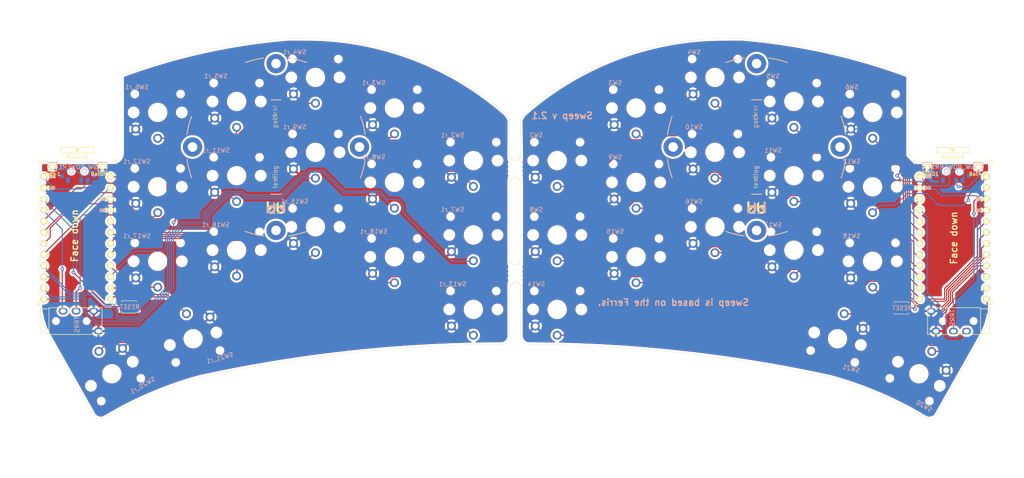
<source format=kicad_pcb>
(kicad_pcb (version 20211014) (generator pcbnew)
  (layers (0 "F.Cu" signal) (31 "B.Cu" signal) (34 "B.Paste" user) (35 "F.Paste" user) (36 "B.SilkS" user "B.Silkscreen") (37 "F.SilkS" user "F.Silkscreen") (38 "B.Mask" user) (39 "F.Mask" user) (44 "Edge.Cuts" user))
  (net 0 "")
  (net 1 "BT+")
  (net 2 "gnd")
  (net 3 "vcc")
  (net 4 "Switch18")
  (net 5 "reset")
  (net 6 "Switch1")
  (net 7 "Switch2")
  (net 8 "Switch3")
  (net 9 "Switch4")
  (net 10 "Switch5")
  (net 11 "Switch6")
  (net 12 "Switch7")
  (net 13 "Switch8")
  (net 14 "Switch9")
  (net 15 "Switch10")
  (net 16 "Switch11")
  (net 17 "Switch12")
  (net 18 "Switch13")
  (net 19 "Switch14")
  (net 20 "Switch15")
  (net 21 "Switch16")
  (net 22 "Switch17")
  (net 23 "Net-(SW_POWER1-Pad1)")
  (net 24 "raw")
  (net 25 "BT+_r")
  (net 26 "Switch18_r")
  (net 27 "reset_r")
  (net 28 "Switch9_r")
  (net 29 "Switch10_r")
  (net 30 "Switch11_r")
  (net 31 "Switch12_r")
  (net 32 "Switch13_r")
  (net 33 "Switch14_r")
  (net 34 "Switch15_r")
  (net 35 "Switch16_r")
  (net 36 "Switch17_r")
  (net 37 "Switch1_r")
  (net 38 "Switch2_r")
  (net 39 "Switch3_r")
  (net 40 "Switch4_r")
  (net 41 "Switch5_r")
  (net 42 "Switch6_r")
  (net 43 "Switch7_r")
  (net 44 "Switch8_r")
  (net 45 "Net-(SW_POWERR1-Pad1)")
  (footprint "kbd:ProMicro_v3_min" (layer "F.Cu") (at 230.178 67.564)
    (fp_text reference "U1" hide)
    (fp_text value "ProMicro-kbd" hide)
  )
  (footprint "Kailh:TRRS-PJ-320A" (layer "F.Cu") (at 236.474 86.052 -90)
    (fp_text reference "J2")
    (fp_text value "AudioJack4dpb" hide)
  )
  (footprint "Kailh:SW_PG1350_nonrev_DPB" (layer "F.Cu") (at 175.856 64.516)
    (fp_text reference "SW16" hide)
    (fp_text value "SW_Push" hide)
  )
  (footprint "Kailh:SW_PG1350_nonrev_DPB" (layer "F.Cu") (at 222.386 98.082 150)
    (fp_text reference "SW20" hide)
    (fp_text value "SW_Push" hide)
  )
  (footprint "Kailh:SW_PG1350_nonrev_DPB" (layer "F.Cu") (at 157.856 71.374)
    (fp_text reference "SW15" hide)
    (fp_text value "SW_Push" hide)
  )
  (footprint "Kailh:SW_PG1350_nonrev_DPB" (layer "F.Cu") (at 203.826 90.082 165)
    (fp_text reference "SW21" hide)
    (fp_text value "SW_Push" hide)
  )
  (footprint "Kailh:SW_PG1350_nonrev_DPB" (layer "F.Cu") (at 193.856 69.85)
    (fp_text reference "SW17" hide)
    (fp_text value "SW_Push" hide)
  )
  (footprint "Kailh:SW_PG1350_nonrev_DPB" (layer "F.Cu") (at 211.836 72.39)
    (fp_text reference "SW18" hide)
    (fp_text value "SW_Push" hide)
  )
  (footprint "Kailh:SW_PG1350_nonrev_DPB" (layer "F.Cu") (at 175.856 30.382)
    (fp_text reference "SW4" hide)
    (fp_text value "SW_Push" hide)
  )
  (footprint "Kailh:SW_PG1350_nonrev_DPB" (layer "F.Cu") (at 157.856 37.382)
    (fp_text reference "SW3" hide)
    (fp_text value "SW_Push" hide)
  )
  (footprint "Kailh:SW_PG1350_nonrev_DPB" (layer "F.Cu") (at 157.856 54.356)
    (fp_text reference "SW9" hide)
    (fp_text value "SW_Push" hide)
  )
  (footprint "Kailh:SW_PG1350_nonrev_DPB" (layer "F.Cu") (at 139.856 83.382)
    (fp_text reference "SW14" hide)
    (fp_text value "SW_Push" hide)
  )
  (footprint "Kailh:SW_PG1350_nonrev_DPB" (layer "F.Cu") (at 211.836 55.372)
    (fp_text reference "SW12" hide)
    (fp_text value "SW_Push" hide)
  )
  (footprint "Kailh:SW_PG1350_nonrev_DPB" (layer "F.Cu") (at 193.856 52.832)
    (fp_text reference "SW11" hide)
    (fp_text value "SW_Push" hide)
  )
  (footprint "Kailh:SW_PG1350_nonrev_DPB" (layer "F.Cu") (at 139.856 66.382)
    (fp_text reference "SW8" hide)
    (fp_text value "SW_Push" hide)
  )
  (footprint "Kailh:SW_PG1350_nonrev_DPB" (layer "F.Cu") (at 211.856 38.382)
    (fp_text reference "SW6" hide)
    (fp_text value "SW_Push" hide)
  )
  (footprint "Kailh:SW_PG1350_nonrev_DPB" (layer "F.Cu") (at 193.856 35.882)
    (fp_text reference "SW5" hide)
    (fp_text value "SW_Push" hide)
  )
  (footprint "Kailh:SW_PG1350_nonrev_DPB" (layer "F.Cu") (at 139.856 49.382)
    (fp_text reference "SW2" hide)
    (fp_text value "SW_Push" hide)
  )
  (footprint "Duckyb-Parts:mouse-bite-5mm-slot-with-space-for-track" (layer "F.Cu") (at 130.302 51.308)
    (fp_text reference "mouse-bite-2mm-slot" hide)
    (fp_text value "VAL**" hide)
  )
  (footprint "Duckyb-Parts:mouse-bite-5mm-slot-with-space-for-track" (layer "F.Cu") (at 130.302 75.184)
    (fp_text reference "mouse-bite-2mm-slot" hide)
    (fp_text value "VAL**" hide)
  )
  (footprint "kbd:SW_SPST_B3U-1000P" (layer "F.Cu") (at 218.44 83.058)
    (fp_text reference "RSW1" hide)
    (fp_text value "SW_Push")
  )
  (footprint "Kailh:SW_PG1350_nonrev_DPB" (layer "F.Cu") (at 175.856 47.498)
    (fp_text reference "SW10" hide)
    (fp_text value "SW_Push" hide)
  )
  (footprint "kbd:Tenting_Puck2" (layer "F.Cu") (at 185.356 46.282)
    (fp_text reference "REF**")
    (fp_text value "Tenting Puck")
  )
  (footprint "kbd:1pin_conn" (layer "F.Cu") (at 235.966 50.8)
    (fp_text reference "Bat+r1")
    (fp_text value "MountingHole_Pad" hide)
  )
  (footprint "kbd:1pin_conn" (layer "F.Cu") (at 224.282 50.8)
    (fp_text reference "BatGND1")
    (fp_text value "MountingHole_Pad" hide)
  )
  (footprint "kbd:ProMicro_v3_min" (layer "F.Cu") (at 30.326 67.564)
    (fp_text reference "U2" hide)
    (fp_text value "ProMicro-kbd" hide)
  )
  (footprint "Kailh:TRRS-PJ-320A" (layer "F.Cu") (at 23.876 86.052 90)
    (fp_text reference "J1")
    (fp_text value "AudioJack4dpb" hide)
  )
  (footprint "Kailh:SW_PG1350_nonrev_DPB" (layer "F.Cu") (at 48.686 72.39)
    (fp_text reference "SW17_r1" hide)
    (fp_text value "SW_Push" hide)
  )
  (footprint "Kailh:SW_PG1350_nonrev_DPB" (layer "F.Cu") (at 66.7 52.832)
    (fp_text reference "SW11_r1" hide)
    (fp_text value "SW_Push" hide)
  )
  (footprint "Kailh:SW_PG1350_nonrev_DPB" (layer "F.Cu") (at 84.688 64.516)
    (fp_text reference "SW15_r1" hide)
    (fp_text value "SW_Push" hide)
  )
  (footprint "Kailh:SW_PG1350_nonrev_DPB" (layer "F.Cu") (at 102.714 71.374)
    (fp_text reference "SW18_r1" hide)
    (fp_text value "SW_Push" hide)
  )
  (footprint "Kailh:SW_PG1350_nonrev_DPB" (layer "F.Cu") (at 48.686 38.382)
    (fp_text reference "SW6_r1" hide)
    (fp_text value "SW_Push" hide)
  )
  (footprint "Kailh:SW_PG1350_nonrev_DPB" (layer "F.Cu") (at 66.7 35.882)
    (fp_text reference "SW5_r1" hide)
    (fp_text value "SW_Push" hide)
  )
  (footprint "Kailh:SW_PG1350_nonrev_DPB" (layer "F.Cu") (at 120.732 49.382)
    (fp_text reference "SW2_r1" hide)
    (fp_text value "SW_Push" hide)
  )
  (footprint "Kailh:SW_PG1350_nonrev_DPB" (layer "F.Cu") (at 66.7 69.85)
    (fp_text reference "SW16_r1" hide)
    (fp_text value "SW_Push" hide)
  )
  (footprint "Kailh:SW_PG1350_nonrev_DPB" (layer "F.Cu") (at 84.688 30.382)
    (fp_text reference "SW4_r1" hide)
    (fp_text value "SW_Push" hide)
  )
  (footprint "Kailh:SW_PG1350_nonrev_DPB" (layer "F.Cu") (at 120.732 83.382)
    (fp_text reference "SW13_r1" hide)
    (fp_text value "SW_Push" hide)
  )
  (footprint "Kailh:SW_PG1350_nonrev_DPB" (layer "F.Cu") (at 48.686 55.372)
    (fp_text reference "SW12_r1" hide)
    (fp_text value "SW_Push" hide)
  )
  (footprint "Kailh:SW_PG1350_nonrev_DPB" (layer "F.Cu") (at 102.714 37.382)
    (fp_text reference "SW3_r1" hide)
    (fp_text value "SW_Push" hide)
  )
  (footprint "Kailh:SW_PG1350_nonrev_DPB" (layer "F.Cu") (at 102.714 54.356)
    (fp_text reference "SW8_r1" hide)
    (fp_text value "SW_Push" hide)
  )
  (footprint "Kailh:SW_PG1350_nonrev_DPB" (layer "F.Cu") (at 56.778 90.082 -165)
    (fp_text reference "SW21_r1" hide)
    (fp_text value "SW_Push" hide)
  )
  (footprint "Kailh:SW_PG1350_nonrev_DPB" (layer "F.Cu") (at 84.688 47.498)
    (fp_text reference "SW9_r1" hide)
    (fp_text value "SW_Push" hide)
  )
  (footprint "Kailh:SW_PG1350_nonrev_DPB" (layer "F.Cu") (at 38.218 98.082 -150)
    (fp_text reference "SW20_r1" hide)
    (fp_text value "SW_Push" hide)
  )
  (footprint "Kailh:SW_PG1350_nonrev_DPB" (layer "F.Cu") (at 120.732 66.382)
    (fp_text reference "SW7_r1" hide)
    (fp_text value "SW_Push" hide)
  )
  (footprint "kbd:Tenting_Puck2" (layer "F.Cu") (at 75.692 46.282)
    (fp_text reference "REF**")
    (fp_text value "Tenting Puck")
  )
  (footprint "kbd:1pin_conn" (layer "F.Cu") (at 36.068 50.8)
    (fp_text reference "BatGND4")
    (fp_text value "MountingHole_Pad" hide)
  )
  (footprint "kbd:1pin_conn" (layer "F.Cu") (at 24.638 50.8)
    (fp_text reference "Bat+1")
    (fp_text value "MountingHole_Pad" hide)
  )
  (footprint "kbd:SW_SPST_B3U-1000P" (layer "F.Cu") (at 42.164 82.804)
    (fp_text reference "RSW2" hide)
    (fp_text value "SW_Push")
  )
  (footprint "Kailh:SPDT_C128955" (layer "B.Cu") (at 230.124 51.816 180)
    (fp_text reference "SW_POWERR1")
    (fp_text value "SW_SPDT")
  )
  (footprint "Kailh:SPDT_C128955" (layer "B.Cu") (at 30.48 51.816 180)
    (fp_text reference "SW_POWER1")
    (fp_text value "SW_SPDT")
  )
  (gr_line (start 131.5085 77.724) (end 131.506 89.547024) (layer "Edge.Cuts") (width 0.05))
  (gr_line (start 219.998001 47.763999) (end 219.998045 30.439419) (layer "Edge.Cuts") (width 0.05))
  (gr_arc (start 226.446 107.451265) (mid 225.204995 108.32098) (end 223.714 108.05) (layer "Edge.Cuts") (width 0.05))
  (gr_arc (start 222.033002 49.694917) (mid 220.620534 49.145716) (end 219.998001 47.763999) (layer "Edge.Cuts") (width 0.05))
  (gr_arc (start 182.067777 21.502679) (mid 201.091879 24.375764) (end 219.56329 29.758889) (layer "Edge.Cuts") (width 0.05))
  (gr_arc (start 132.892692 38.264646) (mid 153.988408 25.788783) (end 178.120389 21.508139) (layer "Edge.Cuts") (width 0.05))
  (gr_arc (start 237.938 49.692) (mid 238.46833 49.91167) (end 238.688 50.442) (layer "Edge.Cuts") (width 0.05))
  (gr_arc (start 131.466055 40.278702) (mid 132.022929 39.160882) (end 132.893 38.265) (layer "Edge.Cuts") (width 0.05))
  (gr_arc (start 133.544 91.383119) (mid 132.156573 90.874102) (end 131.506254 89.547024) (layer "Edge.Cuts") (width 0.05))
  (gr_arc (start 219.56329 29.758889) (mid 219.880079 30.035645) (end 219.998045 30.439419) (layer "Edge.Cuts") (width 0.05))
  (gr_arc (start 202.185134 98.863946) (mid 213.262488 102.723597) (end 223.714 108.05) (layer "Edge.Cuts") (width 0.05))
  (gr_line (start 222.033002 49.694917) (end 237.938 49.692) (layer "Edge.Cuts") (width 0.05))
  (gr_arc (start 133.544 91.383119) (mid 168.064442 93.289554) (end 202.185134 98.863946) (layer "Edge.Cuts") (width 0.05))
  (gr_line (start 238.688 58.42) (end 238.688 66.548) (layer "Edge.Cuts") (width 0.05))
  (gr_line (start 236.953304 88.85815) (end 226.446 107.451265) (layer "Edge.Cuts") (width 0.05))
  (gr_arc (start 238.7 81.534) (mid 238.242913 85.295347) (end 236.953304 88.85815) (layer "Edge.Cuts") (width 0.05))
  (gr_line (start 182.067777 21.502679) (end 178.120389 21.508139) (layer "Edge.Cuts") (width 0.05))
  (gr_line (start 238.688 50.442) (end 238.688 58.42) (layer "Edge.Cuts") (width 0.05))
  (gr_line (start 131.466055 40.278702) (end 131.572 48.768) (layer "Edge.Cuts") (width 0.05))
  (gr_line (start 129.3495 48.768) (end 128.96 48.768) (layer "Edge.Cuts") (width 0.05))
  (gr_line (start 238.688 66.548) (end 238.688 75.438) (layer "Edge.Cuts") (width 0.05))
  (gr_line (start 238.688 75.438) (end 238.7 81.534) (layer "Edge.Cuts") (width 0.05))
  (gr_line (start 129.3495 72.644) (end 128.96 72.644) (layer "Edge.Cuts") (width 0.05))
  (gr_line (start 129.3495 53.848) (end 128.96 53.848) (layer "Edge.Cuts") (width 0.05))
  (gr_line (start 129.3495 77.724) (end 128.96 77.724) (layer "Edge.Cuts") (width 0.05))
  (gr_line (start 131.572 53.848) (end 131.572 72.644) (layer "Edge.Cuts") (width 0.05))
  (gr_line (start 78.412223 21.502679) (end 82.613611 21.508139) (layer "Edge.Cuts") (width 0.05))
  (gr_line (start 21.792 50.442) (end 21.792 58.42) (layer "Edge.Cuts") (width 0.05))
  (gr_line (start 128.96 77.724) (end 128.975507 89.545022) (layer "Edge.Cuts") (width 0.05))
  (gr_arc (start 127.587 38.265) (mid 128.457071 39.160882) (end 129.013945 40.278702) (layer "Edge.Cuts") (width 0.05))
  (gr_arc (start 128.975507 89.545022) (mid 128.324689 90.873432) (end 126.936 91.383119) (layer "Edge.Cuts") (width 0.05))
  (gr_line (start 40.481999 47.763999) (end 40.481955 30.439419) (layer "Edge.Cuts") (width 0.05))
  (gr_line (start 21.792 66.548) (end 21.792 73.914) (layer "Edge.Cuts") (width 0.05))
  (gr_line (start 23.526696 88.85815) (end 34.034 107.451265) (layer "Edge.Cuts") (width 0.05))
  (gr_arc (start 40.481999 47.763999) (mid 39.859467 49.145717) (end 38.446998 49.694917) (layer "Edge.Cuts") (width 0.05))
  (gr_arc (start 40.91671 29.758889) (mid 59.388121 24.375764) (end 78.412223 21.502679) (layer "Edge.Cuts") (width 0.05))
  (gr_arc (start 58.294866 98.863946) (mid 92.415558 93.289555) (end 126.936 91.383119) (layer "Edge.Cuts") (width 0.05))
  (gr_arc (start 23.526696 88.85815) (mid 22.237087 85.295347) (end 21.78 81.534) (layer "Edge.Cuts") (width 0.05))
  (gr_arc (start 21.792 50.442) (mid 22.01167 49.91167) (end 22.542 49.692) (layer "Edge.Cuts") (width 0.05))
  (gr_line (start 38.446998 49.694917) (end 22.542 49.692) (layer "Edge.Cuts") (width 0.05))
  (gr_line (start 21.792 58.42) (end 21.792 66.548) (layer "Edge.Cuts") (width 0.05))
  (gr_arc (start 40.481955 30.439419) (mid 40.599921 30.035645) (end 40.91671 29.758889) (layer "Edge.Cuts") (width 0.05))
  (gr_arc (start 36.766 108.05) (mid 35.275005 108.32098) (end 34.034 107.451265) (layer "Edge.Cuts") (width 0.05))
  (gr_arc (start 82.613611 21.508139) (mid 106.610476 25.833455) (end 127.587 38.265) (layer "Edge.Cuts") (width 0.05))
  (gr_arc (start 36.766 108.05) (mid 47.217512 102.723597) (end 58.294866 98.863946) (layer "Edge.Cuts") (width 0.05))
  (gr_line (start 21.792 73.914) (end 21.78 81.534) (layer "Edge.Cuts") (width 0.05))
  (gr_line (start 128.96 53.848) (end 128.96 72.644) (layer "Edge.Cuts") (width 0.05))
  (gr_line (start 129.013945 40.278702) (end 128.96 48.768) (layer "Edge.Cuts") (width 0.05))
  (gr_line (start 131.572 72.644) (end 131.2545 72.644) (layer "Edge.Cuts") (width 0.05))
  (gr_arc (start 131.254499 48.768) (mid 130.302 49.412873) (end 129.349501 48.767999) (layer "Edge.Cuts") (width 0.05))
  (gr_arc (start 129.349501 77.724) (mid 130.302 77.079127) (end 131.254499 77.724001) (layer "Edge.Cuts") (width 0.05))
  (gr_arc (start 129.349501 53.848) (mid 130.302 53.203127) (end 131.254499 53.848001) (layer "Edge.Cuts") (width 0.05))
  (gr_line (start 131.572 48.768) (end 131.2545 48.768) (layer "Edge.Cuts") (width 0.05))
  (gr_arc (start 131.254499 72.644) (mid 130.302 73.288873) (end 129.349501 72.643999) (layer "Edge.Cuts") (width 0.05))
  (gr_line (start 131.5085 77.724) (end 131.2545 77.724) (layer "Edge.Cuts") (width 0.05))
  (gr_line (start 131.572 53.848) (end 131.2545 53.848) (layer "Edge.Cuts") (width 0.05))
  (gr_text "Sweep v 2.1" (at 140.97 39.116) (layer "B.SilkS") (effects (font (size 1.5 1.5) (thickness 0.3)) (justify mirror)))
  (gr_text "Sweep is based on the Ferris." (at 166.37 81.788) (layer "B.SilkS") (effects (font (size 1.5 1.5) (thickness 0.3)) (justify mirror)))
  (gr_text "Face down" (at 230.378 67.056 90) (layer "F.SilkS") (effects (font (size 1.5 1.5) (thickness 0.3))))
  (gr_text "Face down" (at 29.718 66.548 90) (layer "F.SilkS") (effects (font (size 1.5 1.5) (thickness 0.3))))
  (segment (start 25.360999 51.522999) (end 28.051999 51.522999) (width 0.25) (layer "B.Cu") (net 1))
  (segment (start 24.638 50.8) (end 25.360999 51.522999) (width 0.25) (layer "B.Cu") (net 1))
  (segment (start 29.046501 50.890501) (end 29.373499 50.890501) (width 0.25) (layer "B.Cu") (net 1))
  (segment (start 28.738499 50.836499) (end 28.992499 50.836499) (width 0.25) (layer "B.Cu") (net 1))
  (segment (start 31.23 52.747002) (end 31.23 53.891) (width 0.25) (layer "B.Cu") (net 1))
  (segment (start 28.051999 51.522999) (end 28.738499 50.836499) (width 0.25) (layer "B.Cu") (net 1))
  (segment (start 29.373499 50.890501) (end 31.23 52.747002) (width 0.25) (layer "B.Cu") (net 1))
  (segment (start 28.992499 50.836499) (end 29.046501 50.890501) (width 0.25) (layer "B.Cu") (net 1))
  (segment (start 224.8576 85.65317) (end 225.174 85.33677) (width 0.25) (layer "F.Cu") (net 2))
  (segment (start 225.174 85.33677) (end 225.174 83.552) (width 0.25) (layer "F.Cu") (net 2))
  (segment (start 216.74 83.058) (end 216.74 84.758) (width 0.25) (layer "F.Cu") (net 2))
  (segment (start 216.74 85.54477) (end 216.8484 85.65317) (width 0.25) (layer "F.Cu") (net 2))
  (segment (start 216.8484 85.65317) (end 224.8576 85.65317) (width 0.25) (layer "F.Cu") (net 2))
  (segment (start 225.204 83.522) (end 225.174 83.552) (width 0.25) (layer "F.Cu") (net 2))
  (segment (start 216.74 84.758) (end 216.74 85.54477) (width 0.25) (layer "F.Cu") (net 2))
  (segment (start 40.40601 82.74601) (end 40.464 82.804) (width 0.25) (layer "F.Cu") (net 2))
  (segment (start 34.076 83.552) (end 37.80201 83.552) (width 0.25) (layer "F.Cu") (net 2))
  (segment (start 37.80201 83.552) (end 38.608 82.74601) (width 0.25) (layer "F.Cu") (net 2))
  (segment (start 38.608 82.74601) (end 40.40601 82.74601) (width 0.25) (layer "F.Cu") (net 2))
  (segment (start 213.159159 42.182) (end 206.856 42.182) (width 0.25) (layer "B.Cu") (net 2))
  (segment (start 221.777159 50.8) (end 213.159159 42.182) (width 0.25) (layer "B.Cu") (net 2))
  (segment (start 226.254 88.332) (end 226.274 88.352) (width 0.25) (layer "B.Cu") (net 2))
  (segment (start 226.244 88.322) (end 226.274 88.352) (width 0.25) (layer "B.Cu") (net 2))
  (segment (start 224.282 50.8) (end 221.777159 50.8) (width 0.25) (layer "B.Cu") (net 2))
  (segment (start 26.924 83.4) (end 27.076 83.552) (width 0.25) (layer "F.Cu") (net 3))
  (segment (start 26.924 74.168) (end 26.924 83.4) (width 0.25) (layer "F.Cu") (net 3))
  (via (at 26.924 74.168) (size 0.8) (drill 0.4) (layers "F.Cu" "B.Cu") (net 3))
  (segment (start 228.6 83.82) (end 228.6 89.154) (width 0.25) (layer "B.Cu") (net 3))
  (segment (start 233.254 88.332) (end 233.274 88.352) (width 0.25) (layer "B.Cu") (net 3))
  (segment (start 224.282 79.502) (end 224.282 62.2186) (width 0.25) (layer "B.Cu") (net 3))
  (segment (start 228.6 83.82) (end 224.282 79.502) (width 0.25) (layer "B.Cu") (net 3))
  (segment (start 224.282 62.2186) (end 222.7694 60.706) (width 0.25) (layer "B.Cu") (net 3))
  (segment (start 229.108 89.662) (end 231.764 89.662) (width 0.25) (layer "B.Cu") (net 3))
  (segment (start 228.6 89.154) (end 229.108 89.662) (width 0.25) (layer "B.Cu") (net 3))
  (segment (start 233.274 88.152) (end 232.341 89.085) (width 0.25) (layer "B.Cu") (net 3))
  (segment (start 231.764 89.662) (end 232.341 89.085) (width 0.25) (layer "B.Cu") (net 3))
  (segment (start 26.924 74.168) (end 26.924 74.422) (width 0.25) (layer "B.Cu") (net 3))
  (segment (start 26.924 65.1126) (end 26.924 74.168) (width 0.25) (layer "B.Cu") (net 3))
  (segment (start 22.5174 60.706) (end 26.924 65.1126) (width 0.25) (layer "B.Cu") (net 3))
  (segment (start 237.9894 55.626) (end 234.95 58.6654) (width 0.25) (layer "F.Cu") (net 4))
  (segment (start 234.95 58.6654) (end 234.95 61.468) (width 0.25) (layer "F.Cu") (net 4))
  (via (at 234.95 61.468) (size 0.8) (drill 0.4) (layers "F.Cu" "B.Cu") (net 4))
  (segment (start 230.274 81.13) (end 234.95 76.454) (width 0.25) (layer "B.Cu") (net 4))
  (segment (start 230.274 88.152) (end 230.274 81.13) (width 0.25) (layer "B.Cu") (net 4))
  (segment (start 234.95 61.468) (end 234.95 61.468) (width 0.25) (layer "B.Cu") (net 4))
  (segment (start 234.95 76.454) (end 234.95 61.468) (width 0.25) (layer "B.Cu") (net 4))
  (segment (start 220.14 83.058) (end 221.234 83.058) (width 0.25) (layer "F.Cu") (net 5))
  (segment (start 221.234 83.058) (end 221.488 83.312) (width 0.25) (layer "F.Cu") (net 5))
  (via (at 221.488 83.312) (size 0.8) (drill 0.4) (layers "F.Cu" "B.Cu") (net 5))
  (segment (start 221.488 82.55) (end 221.234 82.296) (width 0.25) (layer "B.Cu") (net 5))
  (segment (start 221.488 83.312) (end 221.488 82.55) (width 0.25) (layer "B.Cu") (net 5))
  (segment (start 221.234 59.7014) (end 221.234 82.296) (width 0.25) (layer "B.Cu") (net 5))
  (segment (start 222.7694 58.166) (end 221.234 59.7014) (width 0.25) (layer "B.Cu") (net 5))
  (segment (start 164.03999 43.73201) (end 167.057719 43.732009) (width 0.25) (layer "F.Cu") (net 6))
  (segment (start 188.6032 46.36602) (end 196.53079 46.36602) (width 0.25) (layer "F.Cu") (net 6))
  (segment (start 205.486 50.8) (end 205.994 50.292) (width 0.25) (layer "F.Cu") (net 6))
  (segment (start 139.856 55.282) (end 146.295954 55.282) (width 0.25) (layer "F.Cu") (net 6))
  (segment (start 218.41796 51.83804) (end 217.424 52.832) (width 0.25) (layer "F.Cu") (net 6))
  (segment (start 146.295954 55.282) (end 156.954953 44.623001) (width 0.25) (layer "F.Cu") (net 6))
  (segment (start 205.994 50.292) (end 217.678 50.292) (width 0.25) (layer "F.Cu") (net 6))
  (segment (start 169.641728 41.148) (end 183.38518 41.148) (width 0.25) (layer "F.Cu") (net 6))
  (segment (start 202.946 50.8) (end 205.486 50.8) (width 0.25) (layer "F.Cu") (net 6))
  (segment (start 197.85878 47.69401) (end 199.84001 47.69401) (width 0.25) (layer "F.Cu") (net 6))
  (segment (start 237.675495 76.259905) (end 237.9894 75.946) (width 0.25) (layer "F.Cu") (net 6))
  (segment (start 217.678 50.292) (end 218.41796 51.03196) (width 0.25) (layer "F.Cu") (net 6))
  (segment (start 196.53079 46.36602) (end 197.85878 47.69401) (width 0.25) (layer "F.Cu") (net 6))
  (segment (start 156.954953 44.623001) (end 163.148999 44.623001) (width 0.25) (layer "F.Cu") (net 6))
  (segment (start 218.41796 51.03196) (end 218.41796 51.83804) (width 0.25) (layer "F.Cu") (net 6))
  (segment (start 199.84001 47.69401) (end 202.946 50.8) (width 0.25) (layer "F.Cu") (net 6))
  (segment (start 183.38518 41.148) (end 188.6032 46.36602) (width 0.25) (layer "F.Cu") (net 6))
  (segment (start 217.424 52.832) (end 217.424 52.832) (width 0.25) (layer "F.Cu") (net 6))
  (segment (start 163.148999 44.623001) (end 164.03999 43.73201) (width 0.25) (layer "F.Cu") (net 6))
  (segment (start 167.057719 43.732009) (end 169.641728 41.148) (width 0.25) (layer "F.Cu") (net 6))
  (via (at 217.424 52.832) (size 0.8) (drill 0.4) (layers "F.Cu" "B.Cu") (net 6))
  (segment (start 237.9894 75.946) (end 236.4697 74.4263) (width 0.25) (layer "B.Cu") (net 6))
  (segment (start 236.4697 58.4243) (end 235.4451 57.3997) (width 0.25) (layer "B.Cu") (net 6))
  (segment (start 236.4697 74.4263) (end 236.4697 58.4243) (width 0.25) (layer "B.Cu") (net 6))
  (segment (start 224.711081 55.958919) (end 222.925163 54.173001) (width 0.25) (layer "B.Cu") (net 6))
  (segment (start 218.765001 54.173001) (end 217.424 52.832) (width 0.25) (layer "B.Cu") (net 6))
  (segment (start 235.4451 57.3997) (end 227.5797 57.3997) (width 0.25) (layer "B.Cu") (net 6))
  (segment (start 227.5797 57.3997) (end 226.138919 55.958919) (width 0.25) (layer "B.Cu") (net 6))
  (segment (start 226.138919 55.958919) (end 224.711081 55.958919) (width 0.25) (layer "B.Cu") (net 6))
  (segment (start 222.925163 54.173001) (end 218.765001 54.173001) (width 0.25) (layer "B.Cu") (net 6))
  (segment (start 203.07441 50.292) (end 205.35759 50.292) (width 0.25) (layer "F.Cu") (net 7))
  (segment (start 205.933189 49.716401) (end 218.243991 49.716401) (width 0.25) (layer "F.Cu") (net 7))
  (segment (start 218.86797 50.34038) (end 218.86797 65.70597) (width 0.25) (layer "F.Cu") (net 7))
  (segment (start 200.026411 47.244001) (end 203.07441 50.292) (width 0.25) (layer "F.Cu") (net 7))
  (segment (start 159.234991 44.172991) (end 162.962599 44.172991) (width 0.25) (layer "F.Cu") (net 7))
  (segment (start 163.853591 43.282001) (end 166.871317 43.282001) (width 0.25) (layer "F.Cu") (net 7))
  (segment (start 157.856 43.282) (end 158.344 43.282) (width 0.25) (layer "F.Cu") (net 7))
  (segment (start 169.513318 40.64) (end 183.51359 40.64) (width 0.25) (layer "F.Cu") (net 7))
  (segment (start 205.35759 50.292) (end 205.933189 49.716401) (width 0.25) (layer "F.Cu") (net 7))
  (segment (start 166.871317 43.282001) (end 169.513318 40.64) (width 0.25) (layer "F.Cu") (net 7))
  (segment (start 162.962599 44.172991) (end 163.853591 43.282001) (width 0.25) (layer "F.Cu") (net 7))
  (segment (start 158.344 43.282) (end 159.234991 44.172991) (width 0.25) (layer "F.Cu") (net 7))
  (segment (start 218.243991 49.716401) (end 218.86797 50.34038) (width 0.25) (layer "F.Cu") (net 7))
  (segment (start 221.234 70.358) (end 221.742 70.866) (width 0.25) (layer "F.Cu") (net 7))
  (segment (start 218.86797 65.70597) (end 221.234 68.072) (width 0.25) (layer "F.Cu") (net 7))
  (segment (start 221.234 68.072) (end 221.234 70.358) (width 0.25) (layer "F.Cu") (net 7))
  (segment (start 221.742 70.866) (end 222.5694 70.866) (width 0.25) (layer "F.Cu") (net 7))
  (segment (start 198.55318 47.244) (end 200.026411 47.244001) (width 0.25) (layer "F.Cu") (net 7))
  (segment (start 198.46359 47.15441) (end 198.55318 47.244) (width 0.25) (layer "F.Cu") (net 7))
  (segment (start 196.71719 45.91601) (end 197.95559 47.15441) (width 0.25) (layer "F.Cu") (net 7))
  (segment (start 183.51359 40.64) (end 188.7896 45.91601) (width 0.25) (layer "F.Cu") (net 7))
  (segment (start 188.7896 45.91601) (end 196.71719 45.91601) (width 0.25) (layer "F.Cu") (net 7))
  (segment (start 197.95559 47.15441) (end 198.46359 47.15441) (width 0.25) (layer "F.Cu") (net 7))
  (segment (start 219.31798 64.87458) (end 222.7694 68.326) (width 0.25) (layer "F.Cu") (net 8))
  (segment (start 188.976 45.466) (end 196.90359 45.466) (width 0.25) (layer "F.Cu") (net 8))
  (segment (start 179.76399 40.18999) (end 183.69999 40.18999) (width 0.25) (layer "F.Cu") (net 8))
  (segment (start 198.1156 46.67801) (end 200.20999 46.67801) (width 0.25) (layer "F.Cu") (net 8))
  (segment (start 218.430392 49.266392) (end 219.31798 50.15398) (width 0.25) (layer "F.Cu") (net 8))
  (segment (start 183.69999 40.18999) (end 188.976 45.466) (width 0.25) (layer "F.Cu") (net 8))
  (segment (start 205.17119 49.84199) (end 205.746788 49.266392) (width 0.25) (layer "F.Cu") (net 8))
  (segment (start 219.31798 50.15398) (end 219.31798 64.87458) (width 0.25) (layer "F.Cu") (net 8))
  (segment (start 196.90359 45.466) (end 198.1156 46.67801) (width 0.25) (layer "F.Cu") (net 8))
  (segment (start 175.856 36.282) (end 179.76399 40.18999) (width 0.25) (layer "F.Cu") (net 8))
  (segment (start 205.746788 49.266392) (end 218.430392 49.266392) (width 0.25) (layer "F.Cu") (net 8))
  (segment (start 203.26081 49.84199) (end 205.17119 49.84199) (width 0.25) (layer "F.Cu") (net 8))
  (segment (start 200.20999 46.67801) (end 200.20999 46.79117) (width 0.25) (layer "F.Cu") (net 8))
  (segment (start 200.20999 46.79117) (end 203.26081 49.84199) (width 0.25) (layer "F.Cu") (net 8))
  (segment (start 193.856 41.782) (end 198.302 46.228) (width 0.25) (layer "F.Cu") (net 9))
  (segment (start 219.76799 49.84199) (end 219.76799 62.78459) (width 0.25) (layer "F.Cu") (net 9))
  (segment (start 203.44721 49.39198) (end 204.98479 49.39198) (width 0.25) (layer "F.Cu") (net 9))
  (segment (start 205.560388 48.816382) (end 218.742382 48.816382) (width 0.25) (layer "F.Cu") (net 9))
  (segment (start 218.742382 48.816382) (end 219.76799 49.84199) (width 0.25) (layer "F.Cu") (net 9))
  (segment (start 200.66 46.49161) (end 200.66 46.60477) (width 0.25) (layer "F.Cu") (net 9))
  (segment (start 200.396391 46.228001) (end 200.66 46.49161) (width 0.25) (layer "F.Cu") (net 9))
  (segment (start 204.98479 49.39198) (end 205.560388 48.816382) (width 0.25) (layer "F.Cu") (net 9))
  (segment (start 219.76799 62.78459) (end 222.7694 65.786) (width 0.25) (layer "F.Cu") (net 9))
  (segment (start 198.302 46.228) (end 200.396391 46.228001) (width 0.25) (layer "F.Cu") (net 9))
  (segment (start 200.66 46.60477) (end 203.44721 49.39198) (width 0.25) (layer "F.Cu") (net 9))
  (segment (start 220.218 49.276) (end 220.218 60.6946) (width 0.25) (layer "F.Cu") (net 10))
  (segment (start 211.856 44.282) (end 215.940372 48.366372) (width 0.25) (layer "F.Cu") (net 10))
  (segment (start 215.940372 48.366372) (end 219.308372 48.366372) (width 0.25) (layer "F.Cu") (net 10))
  (segment (start 220.218 60.6946) (end 222.7694 63.246) (width 0.25) (layer "F.Cu") (net 10))
  (segment (start 219.308372 48.366372) (end 220.218 49.276) (width 0.25) (layer "F.Cu") (net 10))
  (segment (start 190.290508 58.98599) (end 192.78552 56.49098) (width 0.25) (layer "F.Cu") (net 11))
  (segment (start 160.13599 59.80599) (end 166.738918 59.80599) (width 0.25) (layer "F.Cu") (net 11))
  (segment (start 157.339659 58.787659) (end 159.117659 58.787659) (width 0.25) (layer "F.Cu") (net 11))
  (segment (start 139.856 72.282) (end 143.845318 72.282) (width 0.25) (layer "F.Cu") (net 11))
  (segment (start 143.845318 72.282) (end 157.339659 58.787659) (width 0.25) (layer "F.Cu") (net 11))
  (segment (start 180.097546 55.106454) (end 180.097546 56.399546) (width 0.25) (layer "F.Cu") (net 11))
  (segment (start 197.209801 56.490981) (end 205.858801 65.139981) (width 0.25) (layer "F.Cu") (net 11))
  (segment (start 176.598082 51.60699) (end 180.097546 55.106454) (width 0.25) (layer "F.Cu") (net 11))
  (segment (start 217.665571 65.139981) (end 220.534795 68.009205) (width 0.25) (layer "F.Cu") (net 11))
  (segment (start 182.68399 58.98599) (end 190.290508 58.98599) (width 0.25) (layer "F.Cu") (net 11))
  (segment (start 220.534795 68.009205) (end 220.61002 68.08443) (width 0.25) (layer "F.Cu") (net 11))
  (segment (start 220.61002 68.08443) (end 220.61002 72.52802) (width 0.25) (layer "F.Cu") (net 11))
  (segment (start 159.117659 58.787659) (end 160.13599 59.80599) (width 0.25) (layer "F.Cu") (net 11))
  (segment (start 174.937919 51.606989) (end 176.598082 51.60699) (width 0.25) (layer "F.Cu") (net 11))
  (segment (start 166.738918 59.80599) (end 174.937919 51.606989) (width 0.25) (layer "F.Cu") (net 11))
  (segment (start 205.858801 65.139981) (end 217.665571 65.139981) (width 0.25) (layer "F.Cu") (net 11))
  (segment (start 220.61002 72.52802) (end 221.488 73.406) (width 0.25) (layer "F.Cu") (net 11))
  (segment (start 221.488 73.406) (end 222.5694 73.406) (width 0.25) (layer "F.Cu") (net 11))
  (segment (start 192.78552 56.49098) (end 197.209801 56.490981) (width 0.25) (layer "F.Cu") (net 11))
  (segment (start 180.097546 56.399546) (end 182.68399 58.98599) (width 0.25) (layer "F.Cu") (net 11))
  (segment (start 205.6724 65.58999) (end 217.479171 65.589991) (width 0.25) (layer "F.Cu") (net 12))
  (segment (start 219.96259 68.07341) (end 220.16001 68.27083) (width 0.25) (layer "F.Cu") (net 12))
  (segment (start 220.16001 68.27083) (end 220.16001 73.53661) (width 0.25) (layer "F.Cu") (net 12))
  (segment (start 217.479171 65.589991) (end 219.96259 68.07341) (width 0.25) (layer "F.Cu") (net 12))
  (segment (start 220.16001 73.53661) (end 222.5694 75.946) (width 0.25) (layer "F.Cu") (net 12))
  (segment (start 179.578 55.223318) (end 179.578 56.57159) (width 0.25) (layer "F.Cu") (net 12))
  (segment (start 197.0234 56.94099) (end 205.6724 65.58999) (width 0.25) (layer "F.Cu") (net 12))
  (segment (start 166.925318 60.256) (end 175.124319 52.056999) (width 0.25) (layer "F.Cu") (net 12))
  (segment (start 192.971919 56.940989) (end 197.0234 56.94099) (width 0.25) (layer "F.Cu") (net 12))
  (segment (start 175.124319 52.056999) (end 176.411681 52.056999) (width 0.25) (layer "F.Cu") (net 12))
  (segment (start 190.476908 59.436) (end 192.971919 56.940989) (width 0.25) (layer "F.Cu") (net 12))
  (segment (start 157.856 60.256) (end 166.925318 60.256) (width 0.25) (layer "F.Cu") (net 12))
  (segment (start 182.44241 59.436) (end 190.476908 59.436) (width 0.25) (layer "F.Cu") (net 12))
  (segment (start 179.578 56.57159) (end 182.44241 59.436) (width 0.25) (layer "F.Cu") (net 12))
  (segment (start 176.411681 52.056999) (end 179.578 55.223318) (width 0.25) (layer "F.Cu") (net 12))
  (segment (start 177.116272 53.398) (end 179.12799 55.409718) (width 0.25) (layer "F.Cu") (net 13))
  (segment (start 219.71 75.6266) (end 222.5694 78.486) (width 0.25) (layer "F.Cu") (net 13))
  (segment (start 182.443001 60.073001) (end 190.476317 60.073001) (width 0.25) (layer "F.Cu") (net 13))
  (segment (start 179.12799 56.75799) (end 182.443001 60.073001) (width 0.25) (layer "F.Cu") (net 13))
  (segment (start 193.158319 57.390999) (end 196.836999 57.390999) (width 0.25) (layer "F.Cu") (net 13))
  (segment (start 175.768 53.398) (end 177.116272 53.398) (width 0.25) (layer "F.Cu") (net 13))
  (segment (start 219.644385 68.391615) (end 219.644385 68.639975) (width 0.25) (layer "F.Cu") (net 13))
  (segment (start 190.476317 60.073001) (end 193.158319 57.390999) (width 0.25) (layer "F.Cu") (net 13))
  (segment (start 196.836999 57.390999) (end 205.486 66.04) (width 0.25) (layer "F.Cu") (net 13))
  (segment (start 219.644385 68.639975) (end 219.71 68.70559) (width 0.25) (layer "F.Cu") (net 13))
  (segment (start 217.29277 66.04) (end 219.644385 68.391615) (width 0.25) (layer "F.Cu") (net 13))
  (segment (start 179.12799 55.409718) (end 179.12799 56.75799) (width 0.25) (layer "F.Cu") (net 13))
  (segment (start 219.71 68.70559) (end 219.71 75.6266) (width 0.25) (layer "F.Cu") (net 13))
  (segment (start 205.486 66.04) (end 217.29277 66.04) (width 0.25) (layer "F.Cu") (net 13))
  (segment (start 195.23884 58.732) (end 196.129831 57.841009) (width 0.25) (layer "F.Cu") (net 14))
  (segment (start 221.7477 80.0043) (end 222.7694 81.026) (width 0.25) (layer "F.Cu") (net 14))
  (segment (start 219.202 68.834) (end 219.202 77.4586) (width 0.25) (layer "F.Cu") (net 14))
  (segment (start 215.58801 66.49001) (end 215.646 66.548) (width 0.25) (layer "F.Cu") (net 14))
  (segment (start 205.2996 66.49001) (end 215.58801 66.49001) (width 0.25) (layer "F.Cu") (net 14))
  (segment (start 193.802 58.732) (end 195.23884 58.732) (width 0.25) (layer "F.Cu") (net 14))
  (segment (start 196.129831 57.841009) (end 196.650599 57.841009) (width 0.25) (layer "F.Cu") (net 14))
  (segment (start 219.202 77.4586) (end 221.7477 80.0043) (width 0.25) (layer "F.Cu") (net 14))
  (segment (start 196.650599 57.841009) (end 205.2996 66.49001) (width 0.25) (layer "F.Cu") (net 14))
  (segment (start 216.916 66.548) (end 219.202 68.834) (width 0.25) (layer "F.Cu") (net 14))
  (segment (start 215.646 66.548) (end 216.916 66.548) (width 0.25) (layer "F.Cu") (net 14))
  (segment (start 237.9894 53.086) (end 233.68 57.3954) (width 0.25) (layer "F.Cu") (net 15))
  (segment (start 233.68 57.3954) (end 233.68 58.42) (width 0.25) (layer "F.Cu") (net 15))
  (via (at 233.68 58.42) (size 0.8) (drill 0.4) (layers "F.Cu" "B.Cu") (net 15))
  (segment (start 232.481001 59.618999) (end 233.68 58.42) (width 0.25) (layer "B.Cu") (net 15))
  (segment (start 233.68 58.42) (end 233.68 58.42) (width 0.25) (layer "B.Cu") (net 15))
  (segment (start 211.836 61.272) (end 213.489001 59.618999) (width 0.25) (layer "B.Cu") (net 15))
  (segment (start 219.71 56.896) (end 224.170002 56.896) (width 0.25) (layer "B.Cu") (net 15))
  (segment (start 216.987001 59.618999) (end 219.71 56.896) (width 0.25) (layer "B.Cu") (net 15))
  (segment (start 226.893001 59.618999) (end 232.481001 59.618999) (width 0.25) (layer "B.Cu") (net 15))
  (segment (start 224.170002 56.896) (end 226.893001 59.618999) (width 0.25) (layer "B.Cu") (net 15))
  (segment (start 213.489001 59.618999) (end 216.987001 59.618999) (width 0.25) (layer "B.Cu") (net 15))
  (segment (start 203.14201 77.7916) (end 203.14201 74.10719) (width 0.25) (layer "F.Cu") (net 16))
  (segment (start 210.633118 75.598972) (end 207.31812 78.91397) (width 0.25) (layer "F.Cu") (net 16))
  (segment (start 228.6 78.232) (end 228.69495 78.232) (width 0.25) (layer "F.Cu") (net 16))
  (segment (start 203.14201 74.10719) (end 202.418793 73.383973) (width 0.25) (layer "F.Cu") (net 16))
  (segment (start 228.808717 78.023283) (end 228.6 78.232) (width 0.25) (layer "F.Cu") (net 16))
  (segment (start 216.916 80.772) (end 215.27602 79.13202) (width 0.25) (layer "F.Cu") (net 16))
  (segment (start 222.25 82.296) (end 220.726 80.772) (width 0.25) (layer "F.Cu") (net 16))
  (segment (start 177.719978 69.515978) (end 176.828989 68.624989) (width 0.25) (layer "F.Cu") (net 16))
  (segment (start 228.256865 78.575135) (end 228.256865 80.986725) (width 0.25) (layer "F.Cu") (net 16))
  (segment (start 235.802379 71.124571) (end 235.802379 65.233021) (width 0.25) (layer "F.Cu") (net 16))
  (segment (start 154.641841 75.932999) (end 152.44126 78.13358) (width 0.25) (layer "F.Cu") (net 16))
  (segment (start 202.418793 73.383973) (end 192.910526 73.383972) (width 0.25) (layer "F.Cu") (net 16))
  (segment (start 223.366176 82.296) (end 222.25 82.296) (width 0.25) (layer "F.Cu") (net 16))
  (segment (start 192.910526 73.383972) (end 190.348498 75.946) (width 0.25) (layer "F.Cu") (net 16))
  (segment (start 228.21759 81.026) (end 224.636176 81.026) (width 0.25) (layer "F.Cu") (net 16))
  (segment (start 224.636176 81.026) (end 223.366176 82.296) (width 0.25) (layer "F.Cu") (net 16))
  (segment (start 228.256865 80.986725) (end 228.21759 81.026) (width 0.25) (layer "F.Cu") (net 16))
  (segment (start 185.234659 72.067341) (end 185.234659 71.188659) (width 0.25) (layer "F.Cu") (net 16))
  (segment (start 228.69495 78.232) (end 235.802379 71.124571) (width 0.25) (layer "F.Cu") (net 16))
  (segment (start 190.348498 75.946) (end 189.113318 75.946) (width 0.25) (layer "F.Cu") (net 16))
  (segment (start 143.636 89.282) (end 139.856 89.282) (width 0.25) (layer "F.Cu") (net 16))
  (segment (start 213.424204 75.598972) (end 210.633118 75.598972) (width 0.25) (layer "F.Cu") (net 16))
  (segment (start 149.31074 78.78126) (end 149.25358 78.78126) (width 0.25) (layer "F.Cu") (net 16))
  (segment (start 228.922887 78.023283) (end 228.808717 78.023283) (width 0.25) (layer "F.Cu") (net 16))
  (segment (start 185.234659 71.188659) (end 183.561978 69.515978) (width 0.25) (layer "F.Cu") (net 16))
  (segment (start 189.113318 75.946) (end 185.234659 72.067341) (width 0.25) (layer "F.Cu") (net 16))
  (segment (start 207.31812 78.91397) (end 204.26438 78.91397) (width 0.25) (layer "F.Cu") (net 16))
  (segment (start 220.726 80.772) (end 216.916 80.772) (width 0.25) (layer "F.Cu") (net 16))
  (segment (start 228.6 78.232) (end 228.256865 78.575135) (width 0.25) (layer "F.Cu") (net 16))
  (segment (start 204.26438 78.91397) (end 203.14201 77.7916) (width 0.25) (layer "F.Cu") (net 16))
  (segment (start 235.802379 65.233021) (end 237.7894 63.246) (width 0.25) (layer "F.Cu") (net 16))
  (segment (start 215.27602 77.450788) (end 213.424204 75.598972) (width 0.25) (layer "F.Cu") (net 16))
  (segment (start 215.27602 79.13202) (end 215.27602 77.450788) (width 0.25) (layer "F.Cu") (net 16))
  (segment (start 183.561978 69.515978) (end 177.719978 69.515978) (width 0.25) (layer "F.Cu") (net 16))
  (segment (start 176.828989 68.624989) (end 174.937919 68.624989) (width 0.25) (layer "F.Cu") (net 16))
  (segment (start 149.25358 78.78126) (end 148.18042 79.85442) (width 0.25) (layer "F.Cu") (net 16))
  (segment (start 148.18042 84.73758) (end 143.636 89.282) (width 0.25) (layer "F.Cu") (net 16))
  (segment (start 148.18042 79.85442) (end 148.18042 84.73758) (width 0.25) (layer "F.Cu") (net 16))
  (segment (start 174.937919 68.624989) (end 172.708454 70.854454) (width 0.25) (layer "F.Cu") (net 16))
  (segment (start 172.708454 70.854454) (end 166.889546 70.854454) (width 0.25) (layer "F.Cu") (net 16))
  (segment (start 166.889546 70.854454) (end 161.811001 75.932999) (width 0.25) (layer "F.Cu") (net 16))
  (segment (start 161.811001 75.932999) (end 154.641841 75.932999) (width 0.25) (layer "F.Cu") (net 16))
  (segment (start 152.44126 78.13358) (end 149.95842 78.13358) (width 0.25) (layer "F.Cu") (net 16))
  (segment (start 149.95842 78.13358) (end 149.31074 78.78126) (width 0.25) (layer "F.Cu") (net 16))
  (segment (start 236.252389 67.323011) (end 237.7894 65.786) (width 0.25) (layer "F.Cu") (net 17))
  (segment (start 214.82601 77.637188) (end 214.82601 79.37078) (width 0.25) (layer "F.Cu") (net 17))
  (segment (start 236.252389 71.330191) (end 236.252389 67.323011) (width 0.25) (layer "F.Cu") (net 17))
  (segment (start 213.237803 76.048981) (end 214.82601 77.637188) (width 0.25) (layer "F.Cu") (net 17))
  (segment (start 229.109287 78.473293) (end 236.252389 71.330191) (width 0.25) (layer "F.Cu") (net 17))
  (segment (start 210.81952 76.04898) (end 213.237803 76.048981) (width 0.25) (layer "F.Cu") (net 17))
  (segment (start 222.108883 82.791293) (end 223.507293 82.791293) (width 0.25) (layer "F.Cu") (net 17))
  (segment (start 229.090067 78.473293) (end 229.109287 78.473293) (width 0.25) (layer "F.Cu") (net 17))
  (segment (start 223.507293 82.791293) (end 224.764586 81.534) (width 0.25) (layer "F.Cu") (net 17))
  (segment (start 228.706875 81.173125) (end 228.706875 78.856485) (width 0.25) (layer "F.Cu") (net 17))
  (segment (start 216.698615 81.243385) (end 220.560975 81.243385) (width 0.25) (layer "F.Cu") (net 17))
  (segment (start 175.124319 69.074999) (end 176.543001 69.074999) (width 0.25) (layer "F.Cu") (net 17))
  (segment (start 183.272012 69.965988) (end 183.375578 69.965988) (width 0.25) (layer "F.Cu") (net 17))
  (segment (start 176.543001 69.074999) (end 176.543001 69.101001) (width 0.25) (layer "F.Cu") (net 17))
  (segment (start 188.926918 76.39601) (end 190.534898 76.39601) (width 0.25) (layer "F.Cu") (net 17))
  (segment (start 183.272009 69.965991) (end 183.272012 69.965988) (width 0.25) (layer "F.Cu") (net 17))
  (segment (start 177.40799 69.96599) (end 178.298401 69.965991) (width 0.25) (layer "F.Cu") (net 17))
  (segment (start 178.298401 69.965991) (end 183.272009 69.965991) (width 0.25) (layer "F.Cu") (net 17))
  (segment (start 161.10641 77.274) (end 167.075946 71.304464) (width 0.25) (layer "F.Cu") (net 17))
  (segment (start 190.534898 76.39601) (end 193.096926 73.833982) (width 0.25) (layer "F.Cu") (net 17))
  (segment (start 193.096926 73.833982) (end 202.232392 73.833982) (width 0.25) (layer "F.Cu") (net 17))
  (segment (start 157.856 77.274) (end 161.10641 77.274) (width 0.25) (layer "F.Cu") (net 17))
  (segment (start 202.496002 74.097592) (end 202.496002 74.480002) (width 0.25) (layer "F.Cu") (net 17))
  (segment (start 202.232392 73.833982) (end 202.496002 74.097592) (width 0.25) (layer "F.Cu") (net 17))
  (segment (start 228.346 81.534) (end 228.706875 81.173125) (width 0.25) (layer "F.Cu") (net 17))
  (segment (start 167.075946 71.304464) (end 172.894854 71.304464) (width 0.25) (layer "F.Cu") (net 17))
  (segment (start 172.894854 71.304464) (end 175.124319 69.074999) (width 0.25) (layer "F.Cu") (net 17))
  (segment (start 207.50452 79.36398) (end 210.81952 76.04898) (width 0.25) (layer "F.Cu") (net 17))
  (segment (start 224.764586 81.534) (end 228.346 81.534) (width 0.25) (layer "F.Cu") (net 17))
  (segment (start 183.375578 69.965988) (end 184.784649 71.375059) (width 0.25) (layer "F.Cu") (net 17))
  (segment (start 184.784649 72.253741) (end 188.926918 76.39601) (width 0.25) (layer "F.Cu") (net 17))
  (segment (start 204.07798 79.36398) (end 207.50452 79.36398) (width 0.25) (layer "F.Cu") (net 17))
  (segment (start 214.82601 79.37078) (end 216.698615 81.243385) (width 0.25) (layer "F.Cu") (net 17))
  (segment (start 202.496002 77.782002) (end 204.07798 79.36398) (width 0.25) (layer "F.Cu") (net 17))
  (segment (start 220.560975 81.243385) (end 222.108883 82.791293) (width 0.25) (layer "F.Cu") (net 17))
  (segment (start 202.496002 74.363998) (end 202.496002 74.480002) (width 0.25) (layer "F.Cu") (net 17))
  (segment (start 176.543001 69.101001) (end 177.40799 69.96599) (width 0.25) (layer "F.Cu") (net 17))
  (segment (start 202.496002 74.480002) (end 202.496002 77.782002) (width 0.25) (layer "F.Cu") (net 17))
  (segment (start 228.706875 78.856485) (end 229.090067 78.473293) (width 0.25) (layer "F.Cu") (net 17))
  (segment (start 184.784649 71.375059) (end 184.784649 72.253741) (width 0.25) (layer "F.Cu") (net 17))
  (segment (start 237.7894 68.326) (end 236.702399 69.413001) (width 0.25) (layer "F.Cu") (net 18))
  (segment (start 207.690918 79.81399) (end 203.76599 79.81399) (width 0.25) (layer "F.Cu") (net 18))
  (segment (start 227.83121 82.6852) (end 227.83121 83.31597) (width 0.25) (layer "F.Cu") (net 18))
  (segment (start 193.283326 74.283992) (end 190.721298 76.84602) (width 0.25) (layer "F.Cu") (net 18))
  (segment (start 225.044 86.10318) (end 219.96682 86.10318) (width 0.25) (layer "F.Cu") (net 18))
  (segment (start 215.58801 85.02919) (end 215.58801 82.60799) (width 0.25) (layer "F.Cu") (net 18))
  (segment (start 211.005919 76.498989) (end 207.690918 79.81399) (width 0.25) (layer "F.Cu") (net 18))
  (segment (start 219.96682 86.10318) (end 219.71 86.36) (width 0.25) (layer "F.Cu") (net 18))
  (segment (start 202.045992 74.283992) (end 193.283326 74.283992) (width 0.25) (layer "F.Cu") (net 18))
  (segment (start 202.045992 78.093992) (end 202.045992 74.283992) (width 0.25) (layer "F.Cu") (net 18))
  (segment (start 215.58801 82.60799) (end 215.623215 82.572785) (width 0.25) (layer "F.Cu") (net 18))
  (segment (start 188.740518 76.84602) (end 184.33464 72.440142) (width 0.25) (layer "F.Cu") (net 18))
  (segment (start 214.376 79.55718) (end 214.376 77.823588) (width 0.25) (layer "F.Cu") (net 18))
  (segment (start 214.376 77.823588) (end 213.051402 76.49899) (width 0.25) (layer "F.Cu") (net 18))
  (segment (start 215.623215 80.804395) (end 214.376 79.55718) (width 0.25) (layer "F.Cu") (net 18))
  (segment (start 219.71 86.36) (end 216.91882 86.36) (width 0.25) (layer "F.Cu") (net 18))
  (segment (start 184.334639 71.812639) (end 182.938 70.416) (width 0.25) (layer "F.Cu") (net 18))
  (segment (start 215.623215 82.572785) (end 215.623215 80.804395) (width 0.25) (layer "F.Cu") (net 18))
  (segment (start 213.051402 76.49899) (end 211.005919 76.498989) (width 0.25) (layer "F.Cu") (net 18))
  (segment (start 184.33464 72.440142) (end 184.334639 71.812639) (width 0.25) (layer "F.Cu") (net 18))
  (segment (start 237.714572 68.326) (end 237.9894 68.326) (width 0.25) (layer "F.Cu") (net 18))
  (segment (start 190.721298 76.84602) (end 188.740518 76.84602) (width 0.25) (layer "F.Cu") (net 18))
  (segment (start 236.702399 71.516591) (end 229.176105 79.042885) (width 0.25) (layer "F.Cu") (net 18))
  (segment (start 236.702399 69.413001) (end 236.702399 71.516591) (width 0.25) (layer "F.Cu") (net 18))
  (segment (start 229.156885 79.042885) (end 229.156884 81.359526) (width 0.25) (layer "F.Cu") (net 18))
  (segment (start 229.156884 81.359526) (end 227.83121 82.6852) (width 0.25) (layer "F.Cu") (net 18))
  (segment (start 216.91882 86.36) (end 215.58801 85.02919) (width 0.25) (layer "F.Cu") (net 18))
  (segment (start 229.176105 79.042885) (end 229.156885 79.042885) (width 0.25) (layer "F.Cu") (net 18))
  (segment (start 225.80459 85.34259) (end 225.67759 85.46959) (width 0.25) (layer "F.Cu") (net 18))
  (segment (start 225.67759 85.46959) (end 225.044 86.10318) (width 0.25) (layer "F.Cu") (net 18))
  (segment (start 227.83121 83.31597) (end 225.67759 85.46959) (width 0.25) (layer "F.Cu") (net 18))
  (segment (start 203.76599 79.81399) (end 202.045992 78.093992) (width 0.25) (layer "F.Cu") (net 18))
  (segment (start 182.938 70.416) (end 175.768 70.416) (width 0.25) (layer "F.Cu") (net 18))
  (segment (start 229.606893 81.545927) (end 229.606893 81.289107) (width 0.25) (layer "F.Cu") (net 19))
  (segment (start 229.606893 81.289107) (end 229.606895 81.289105) (width 0.25) (layer "F.Cu") (net 19))
  (segment (start 229.606895 79.248505) (end 229.606895 81.289105) (width 0.25) (layer "F.Cu") (net 19))
  (segment (start 229.606895 79.248505) (end 229.606893 81.545927) (width 0.25) (layer "F.Cu") (net 19))
  (segment (start 237.9894 70.866) (end 229.606895 79.248505) (width 0.25) (layer "F.Cu") (net 19))
  (segment (start 215.173205 82.260795) (end 215.138 82.296) (width 0.25) (layer "F.Cu") (net 19))
  (segment (start 213.903205 79.720795) (end 215.173205 80.990795) (width 0.25) (layer "F.Cu") (net 19))
  (segment (start 211.192319 76.948999) (end 212.865001 76.948999) (width 0.25) (layer "F.Cu") (net 19))
  (segment (start 215.138 85.21559) (end 216.79041 86.868) (width 0.25) (layer "F.Cu") (net 19))
  (segment (start 225.2304 86.55319) (end 228.28122 83.50237) (width 0.25) (layer "F.Cu") (net 19))
  (segment (start 203.570002 80.264) (end 207.877318 80.264) (width 0.25) (layer "F.Cu") (net 19))
  (segment (start 219.964 86.868) (end 220.27881 86.55319) (width 0.25) (layer "F.Cu") (net 19))
  (segment (start 228.28122 83.50237) (end 228.28122 82.8716) (width 0.25) (layer "F.Cu") (net 19))
  (segment (start 193.802 75.75) (end 194.817999 74.734001) (width 0.25) (layer "F.Cu") (net 19))
  (segment (start 213.903205 77.987203) (end 213.903205 79.720795) (width 0.25) (layer "F.Cu") (net 19))
  (segment (start 201.480001 78.173999) (end 203.570002 80.264) (width 0.25) (layer "F.Cu") (net 19))
  (segment (start 201.480001 74.734001) (end 201.480001 78.173999) (width 0.25) (layer "F.Cu") (net 19))
  (segment (start 212.865001 76.948999) (end 213.903205 77.987203) (width 0.25) (layer "F.Cu") (net 19))
  (segment (start 215.173205 80.990795) (end 215.173205 82.260795) (width 0.25) (layer "F.Cu") (net 19))
  (segment (start 207.877318 80.264) (end 211.192319 76.948999) (width 0.25) (layer "F.Cu") (net 19))
  (segment (start 215.138 82.296) (end 215.138 85.21559) (width 0.25) (layer "F.Cu") (net 19))
  (segment (start 228.28122 82.8716) (end 229.606893 81.545927) (width 0.25) (layer "F.Cu") (net 19))
  (segment (start 216.79041 86.868) (end 219.964 86.868) (width 0.25) (layer "F.Cu") (net 19))
  (segment (start 220.27881 86.55319) (end 225.2304 86.55319) (width 0.25) (layer "F.Cu") (net 19))
  (segment (start 194.817999 74.734001) (end 201.480001 74.734001) (width 0.25) (layer "F.Cu") (net 19))
  (segment (start 225.933 86.487) (end 225.416801 87.003199) (width 0.25) (layer "F.Cu") (net 20))
  (segment (start 228.73123 83.058) (end 228.73123 83.69723) (width 0.25) (layer "F.Cu") (net 20))
  (segment (start 225.933 86.487) (end 225.94146 86.487) (width 0.25) (layer "F.Cu") (net 20))
  (segment (start 225.416801 87.003199) (end 220.465211 87.003199) (width 0.25) (layer "F.Cu") (net 20))
  (segment (start 237.9894 73.406) (end 236.08581 73.406) (width 0.25) (layer "F.Cu") (net 20))
  (segment (start 214.601 85.315) (end 214.601 81.055) (width 0.25) (layer "F.Cu") (net 20))
  (segment (start 236.08581 73.406) (end 233.104905 76.386905) (width 0.25) (layer "F.Cu") (net 20))
  (segment (start 225.94146 86.487) (end 228.73123 83.69723) (width 0.25) (layer "F.Cu") (net 20))
  (segment (start 214.601 81.055) (end 211.836 78.29) (width 0.25) (layer "F.Cu") (net 20))
  (segment (start 233.104905 76.386905) (end 230.056905 79.434905) (width 0.25) (layer "F.Cu") (net 20))
  (segment (start 220.465211 87.003199) (end 220.09241 87.376) (width 0.25) (layer "F.Cu") (net 20))
  (segment (start 230.056902 81.732328) (end 228.73123 83.058) (width 0.25) (layer "F.Cu") (net 20))
  (segment (start 220.09241 87.376) (end 216.662 87.376) (width 0.25) (layer "F.Cu") (net 20))
  (segment (start 230.056905 81.601095) (end 230.056902 81.732328) (width 0.25) (layer "F.Cu") (net 20))
  (segment (start 230.056905 79.434905) (end 230.056905 81.601095) (width 0.25) (layer "F.Cu") (net 20))
  (segment (start 216.662 87.376) (end 214.601 85.315) (width 0.25) (layer "F.Cu") (net 20))
  (segment (start 233.104905 76.386905) (end 233.231905 76.259905) (width 0.25) (layer "F.Cu") (net 20))
  (segment (start 224.981449 91.631449) (end 226.505449 91.631449) (width 0.25) (layer "F.Cu") (net 21))
  (segment (start 235.966 88.00959) (end 235.966 85.598) (width 0.25) (layer "F.Cu") (net 21))
  (segment (start 235.966 85.598) (end 235.966 85.46959) (width 0.25) (layer "F.Cu") (net 21))
  (segment (start 237.7894 78.486) (end 235.966 80.3094) (width 0.25) (layer "F.Cu") (net 21))
  (segment (start 235.966 80.3094) (end 235.966 85.598) (width 0.25) (layer "F.Cu") (net 21))
  (segment (start 230.186795 93.788795) (end 235.966 88.00959) (width 0.25) (layer "F.Cu") (net 21))
  (segment (start 205.353032 84.383038) (end 212.907038 84.383038) (width 0.25) (layer "F.Cu") (net 21))
  (segment (start 226.505449 91.631449) (end 228.662795 93.788795) (width 0.25) (layer "F.Cu") (net 21))
  (segment (start 228.662795 93.788795) (end 230.186795 93.788795) (width 0.25) (layer "F.Cu") (net 21))
  (segment (start 221.234 87.884) (end 224.981449 91.631449) (width 0.25) (layer "F.Cu") (net 21))
  (segment (start 216.408 87.884) (end 221.234 87.884) (width 0.25) (layer "F.Cu") (net 21))
  (segment (start 212.907038 84.383038) (end 216.408 87.884) (width 0.25) (layer "F.Cu") (net 21))
  (segment (start 228.520549 94.313451) (end 230.298549 94.313451) (width 0.25) (layer "F.Cu") (net 22))
  (segment (start 237.9894 84.0826) (end 237.9894 81.026) (width 0.25) (layer "F.Cu") (net 22))
  (segment (start 236.474 85.598) (end 237.9894 84.0826) (width 0.25) (layer "F.Cu") (net 22))
  (segment (start 225.336 92.97245) (end 227.08445 92.97245) (width 0.25) (layer "F.Cu") (net 22))
  (segment (start 228.425451 94.313451) (end 228.520549 94.313451) (width 0.25) (layer "F.Cu") (net 22))
  (segment (start 236.474 88.138) (end 236.474 85.598) (width 0.25) (layer "F.Cu") (net 22))
  (segment (start 225.336 92.97245) (end 225.336 93.002) (width 0.25) (layer "F.Cu") (net 22))
  (segment (start 227.08445 92.97245) (end 228.425451 94.313451) (width 0.25) (layer "F.Cu") (net 22))
  (segment (start 230.298549 94.313451) (end 236.474 88.138) (width 0.25) (layer "F.Cu") (net 22))
  (segment (start 232.664 51.634998) (end 232.020001 50.990999) (width 0.25) (layer "B.Cu") (net 24))
  (segment (start 229.374499 54.597501) (end 228.854 55.118) (width 0.25) (layer "B.Cu") (net 24))
  (segment (start 232.020001 50.990999) (end 231.227999 50.990999) (width 0.25) (layer "B.Cu") (net 24))
  (segment (start 232.664 53.601) (end 232.664 51.634998) (width 0.25) (layer "B.Cu") (net 24))
  (segment (start 229.374499 52.844499) (end 229.374499 54.597501) (width 0.25) (layer "B.Cu") (net 24))
  (segment (start 226.568 55.118) (end 224.8014 55.118) (width 0.25) (layer "B.Cu") (net 24))
  (segment (start 224.8014 55.118) (end 222.7694 53.086) (width 0.25) (layer "B.Cu") (net 24))
  (segment (start 232.374 53.891) (end 232.664 53.601) (width 0.25) (layer "B.Cu") (net 24))
  (segment (start 231.227999 50.990999) (end 229.374499 52.844499) (width 0.25) (layer "B.Cu") (net 24))
  (segment (start 228.854 55.118) (end 226.568 55.118) (width 0.25) (layer "B.Cu") (net 24))
  (segment (start 22.5174 53.086) (end 24.3397 54.9083) (width 0.25) (layer "B.Cu") (net 24))
  (segment (start 25.3114 55.88) (end 26.924 55.88) (width 0.25) (layer "B.Cu") (net 24))
  (segment (start 32.73 54.392) (end 32.73 53.891) (width 0.25) (layer "B.Cu") (net 24))
  (segment (start 31.242 55.88) (end 32.73 54.392) (width 0.25) (layer "B.Cu") (net 24))
  (segment (start 24.3397 54.9083) (end 25.3114 55.88) (width 0.25) (layer "B.Cu") (net 24))
  (segment (start 26.924 55.88) (end 31.242 55.88) (width 0.25) (layer "B.Cu") (net 24))
  (via (at 231.437 55.329) (size 0.8) (drill 0.4) (layers "F.Cu" "B.Cu") (net 25))
  (segment (start 231.48 55.372) (end 231.437 55.329) (width 0.25) (layer "B.Cu") (net 25))
  (segment (start 230.874 54.766) (end 230.874 53.891) (width 0.25) (layer "B.Cu") (net 25))
  (segment (start 235.966 53.086) (end 233.68 55.372) (width 0.25) (layer "B.Cu") (net 25))
  (segment (start 233.68 55.372) (end 231.48 55.372) (width 0.25) (layer "B.Cu") (net 25))
  (segment (start 235.966 50.8) (end 235.966 53.086) (width 0.25) (layer "B.Cu") (net 25))
  (segment (start 231.437 55.329) (end 230.874 54.766) (width 0.25) (layer "B.Cu") (net 25))
  (segment (start 30.076 83.552) (end 30.076 79.398) (width 0.25) (layer "F.Cu") (net 26))
  (segment (start 30.076 79.398) (end 30.988 78.486) (width 0.25) (layer "F.Cu") (net 26))
  (via (at 30.988 78.486) (size 0.8) (drill 0.4) (layers "F.Cu" "B.Cu") (net 26))
  (segment (start 30.988 62.3754) (end 30.988 78.486) (width 0.25) (layer "B.Cu") (net 26))
  (segment (start 37.7374 55.626) (end 30.988 62.3754) (width 0.25) (layer "B.Cu") (net 26))
  (segment (start 30.988 78.486) (end 30.988 78.486) (width 0.25) (layer "B.Cu") (net 26))
  (segment (start 42.53601 81.47601) (end 43.864 82.804) (width 0.25) (layer "F.Cu") (net 27))
  (segment (start 39.086998 82.296) (end 39.906988 81.47601) (width 0.25) (layer "F.Cu") (net 27))
  (segment (start 39.906988 81.47601) (end 41.71399 81.47601) (width 0.25) (layer "F.Cu") (net 27))
  (segment (start 29.464 74.93) (end 36.83 82.296) (width 0.25) (layer "F.Cu") (net 27))
  (segment (start 41.71399 81.47601) (end 42.53601 81.47601) (width 0.25) (layer "F.Cu") (net 27))
  (segment (start 36.83 82.296) (end 39.086998 82.296) (width 0.25) (layer "F.Cu") (net 27))
  (via (at 29.464 74.93) (size 0.8) (drill 0.4) (layers "F.Cu" "B.Cu") (net 27))
  (segment (start 29.464 74.93) (end 29.464 74.93) (width 0.25) (layer "B.Cu") (net 27))
  (segment (start 29.464 65.1126) (end 29.464 74.93) (width 0.25) (layer "B.Cu") (net 27))
  (segment (start 22.5174 58.166) (end 29.464 65.1126) (width 0.25) (layer "B.Cu") (net 27))
  (segment (start 64.39041 57.912) (end 65.882 57.912) (width 0.25) (layer "B.Cu") (net 28))
  (segment (start 54.61 65.024) (end 59.438818 65.024) (width 0.25) (layer "B.Cu") (net 28))
  (segment (start 22.5174 81.026) (end 31.75 81.026) (width 0.25) (layer "B.Cu") (net 28))
  (segment (start 31.75 84.06439) (end 34.462611 86.777001) (width 0.25) (layer "B.Cu") (net 28))
  (segment (start 59.438818 65.024) (end 60.454709 64.008109) (width 0.25) (layer "B.Cu") (net 28))
  (segment (start 44.174911 86.777001) (end 52.278362 78.67355) (width 0.25) (layer "B.Cu") (net 28))
  (segment (start 60.45471 61.8477) (end 64.39041 57.912) (width 0.25) (layer "B.Cu") (net 28))
  (segment (start 31.75 81.026) (end 31.75 84.06439) (width 0.25) (layer "B.Cu") (net 28))
  (segment (start 65.882 57.912) (end 66.702 58.732) (width 0.25) (layer "B.Cu") (net 28))
  (segment (start 34.462611 86.777001) (end 44.174911 86.777001) (width 0.25) (layer "B.Cu") (net 28))
  (segment (start 52.278362 78.67355) (end 52.278362 67.355638) (width 0.25) (layer "B.Cu") (net 28))
  (segment (start 52.278362 67.355638) (end 54.61 65.024) (width 0.25) (layer "B.Cu") (net 28))
  (segment (start 60.454709 64.008109) (end 60.45471 61.8477) (width 0.25) (layer "B.Cu") (net 28))
  (segment (start 44.854328 62.24301) (end 47.79699 62.24301) (width 0.25) (layer "F.Cu") (net 29))
  (segment (start 47.79699 62.24301) (end 48.768 61.272) (width 0.25) (layer "F.Cu") (net 29))
  (segment (start 39.819659 57.208341) (end 44.854328 62.24301) (width 0.25) (layer "F.Cu") (net 29))
  (segment (start 39.37 53.086) (end 39.819659 53.535659) (width 0.25) (layer "F.Cu") (net 29))
  (segment (start 39.819659 53.535659) (end 39.819659 57.208341) (width 0.25) (layer "F.Cu") (net 29))
  (segment (start 37.9374 53.086) (end 39.37 53.086) (width 0.25) (layer "F.Cu") (net 29))
  (segment (start 72.415745 66.724301) (end 72.823123 66.724303) (width 0.25) (layer "F.Cu") (net 30))
  (segment (start 101.081328 76.82399) (end 97.281308 76.82399) (width 0.25) (layer "F.Cu") (net 30))
  (segment (start 97.281308 76.82399) (end 91.127659 70.670341) (width 0.25) (layer "F.Cu") (net 30))
  (segment (start 116.103167 81.305167) (end 116.103167 81.254833) (width 0.25) (layer "F.Cu") (net 30))
  (segment (start 71.804301 66.724301) (end 72.415745 66.724301) (width 0.25) (layer "F.Cu") (net 30))
  (segment (start 72.415745 66.724301) (end 72.419047 66.720999) (width 0.25) (layer "F.Cu") (net 30))
  (segment (start 84.074 68.072) (end 81.534 70.612) (width 0.25) (layer "F.Cu") (net 30))
  (segment (start 116.103167 81.254833) (end 114.579167 81.254833) (width 0.25) (layer "F.Cu") (net 30))
  (segment (start 108.204 78.994) (end 105.142999 75.932999) (width 0.25) (layer "F.Cu") (net 30))
  (segment (start 61.136301 66.724301) (end 71.804301 66.724301) (width 0.25) (layer "F.Cu") (net 30))
  (segment (start 37.7374 63.246) (end 40.3317 65.8403) (width 0.25) (layer "F.Cu") (net 30))
  (segment (start 114.579167 81.254833) (end 112.318334 78.994) (width 0.25) (layer "F.Cu") (net 30))
  (segment (start 112.318334 78.994) (end 108.204 78.994) (width 0.25) (layer "F.Cu") (net 30))
  (segment (start 60.2523 65.8403) (end 61.136301 66.724301) (width 0.25) (layer "F.Cu") (net 30))
  (segment (start 101.972319 75.932999) (end 101.081328 76.82399) (width 0.25) (layer "F.Cu") (net 30))
  (segment (start 87.884 70.358) (end 85.598 68.072) (width 0.25) (layer "F.Cu") (net 30))
  (segment (start 90.80641 70.358) (end 87.884 70.358) (width 0.25) (layer "F.Cu") (net 30))
  (segment (start 116.814833 82.016833) (end 116.103167 81.305167) (width 0.25) (layer "F.Cu") (net 30))
  (segment (start 91.118751 70.670341) (end 90.80641 70.358) (width 0.25) (layer "F.Cu") (net 30))
  (segment (start 40.3317 65.8403) (end 60.2523 65.8403) (width 0.25) (layer "F.Cu") (net 30))
  (segment (start 81.534 70.612) (end 76.71082 70.612) (width 0.25) (layer "F.Cu") (net 30))
  (segment (start 85.598 68.072) (end 84.074 68.072) (width 0.25) (layer "F.Cu") (net 30))
  (segment (start 72.823121 66.724301) (end 71.804301 66.724301) (width 0.25) (layer "F.Cu") (net 30))
  (segment (start 105.142999 75.932999) (end 101.972319 75.932999) (width 0.25) (layer "F.Cu") (net 30))
  (segment (start 91.127659 70.670341) (end 91.118751 70.670341) (width 0.25) (layer "F.Cu") (net 30))
  (segment (start 120.65 89.466) (end 116.814833 85.630833) (width 0.25) (layer "F.Cu") (net 30))
  (segment (start 116.814833 85.630833) (end 116.814833 82.016833) (width 0.25) (layer "F.Cu") (net 30))
  (segment (start 76.71082 70.612) (end 72.823121 66.724301) (width 0.25) (layer "F.Cu") (net 30))
  (segment (start 38.24171 66.29031) (end 60.0659 66.29031) (width 0.25) (layer "F.Cu") (net 31))
  (segment (start 97.086 77.274) (end 102.616 77.274) (width 0.25) (layer "F.Cu") (net 31))
  (segment (start 87.75559 70.866) (end 90.678 70.866) (width 0.25) (layer "F.Cu") (net 31))
  (segment (start 84.328 68.58) (end 85.46959 68.58) (width 0.25) (layer "F.Cu") (net 31))
  (segment (start 72.636722 67.174312) (end 76.58241 71.12) (width 0.25) (layer "F.Cu") (net 31))
  (segment (start 37.7374 65.786) (end 38.24171 66.29031) (width 0.25) (layer "F.Cu") (net 31))
  (segment (start 60.841689 67.174311) (end 72.636722 67.174312) (width 0.25) (layer "F.Cu") (net 31))
  (segment (start 85.46959 68.58) (end 87.75559 70.866) (width 0.25) (layer "F.Cu") (net 31))
  (segment (start 76.58241 71.12) (end 81.788 71.12) (width 0.25) (layer "F.Cu") (net 31))
  (segment (start 60.0659 66.29031) (end 60.841689 67.066099) (width 0.25) (layer "F.Cu") (net 31))
  (segment (start 90.678 70.866) (end 97.086 77.274) (width 0.25) (layer "F.Cu") (net 31))
  (segment (start 81.788 71.12) (end 84.328 68.58) (width 0.25) (layer "F.Cu") (net 31))
  (segment (start 60.841689 67.066099) (end 60.841689 67.174311) (width 0.25) (layer "F.Cu") (net 31))
  (segment (start 39.32308 66.74032) (end 59.771288 66.74032) (width 0.25) (layer "F.Cu") (net 32))
  (segment (start 72.450321 67.624321) (end 76.454 71.628) (width 0.25) (layer "F.Cu") (net 32))
  (segment (start 59.771288 66.74032) (end 60.645679 67.614711) (width 0.25) (layer "F.Cu") (net 32))
  (segment (start 60.645679 67.624321) (end 72.450321 67.624321) (width 0.25) (layer "F.Cu") (net 32))
  (segment (start 83.27 71.628) (end 84.736 70.162) (width 0.25) (layer "F.Cu") (net 32))
  (segment (start 60.645679 67.614711) (end 60.645679 67.624321) (width 0.25) (layer "F.Cu") (net 32))
  (segment (start 76.454 71.628) (end 83.27 71.628) (width 0.25) (layer "F.Cu") (net 32))
  (segment (start 37.7374 68.326) (end 39.32308 66.74032) (width 0.25) (layer "F.Cu") (net 32))
  (segment (start 39.37 68.326) (end 40.50567 67.19033) (width 0.25) (layer "F.Cu") (net 33))
  (segment (start 60.459279 68.074331) (end 63.756331 68.074331) (width 0.25) (layer "F.Cu") (net 33))
  (segment (start 37.7374 70.866) (end 39.37 69.2334) (width 0.25) (layer "F.Cu") (net 33))
  (segment (start 63.756331 68.074331) (end 64.160167 68.478167) (width 0.25) (layer "F.Cu") (net 33))
  (segment (start 39.37 69.2334) (end 39.37 68.326) (width 0.25) (layer "F.Cu") (net 33))
  (segment (start 40.50567 67.19033) (end 59.584888 67.19033) (width 0.25) (layer "F.Cu") (net 33))
  (segment (start 64.160167 71.221833) (end 66.802 73.863666) (width 0.25) (layer "F.Cu") (net 33))
  (segment (start 66.802 73.863666) (end 66.802 76.004) (width 0.25) (layer "F.Cu") (net 33))
  (segment (start 59.584888 67.19033) (end 59.584888 67.19994) (width 0.25) (layer "F.Cu") (net 33))
  (segment (start 59.584888 67.19994) (end 60.459279 68.074331) (width 0.25) (layer "F.Cu") (net 33))
  (segment (start 64.160167 68.478167) (end 64.160167 71.221833) (width 0.25) (layer "F.Cu") (net 33))
  (segment (start 37.7374 73.406) (end 42.6214 78.29) (width 0.25) (layer "F.Cu") (net 34))
  (segment (start 42.6214 78.29) (end 48.686 78.29) (width 0.25) (layer "F.Cu") (net 34))
  (segment (start 40.64 80.01) (end 50.87793 80.01) (width 0.25) (layer "F.Cu") (net 35))
  (segment (start 50.87793 80.01) (end 51.38593 80.518) (width 0.25) (layer "F.Cu") (net 35))
  (segment (start 39.116 78.486) (end 40.64 80.01) (width 0.25) (layer "F.Cu") (net 35))
  (segment (start 37.7374 78.486) (end 39.116 78.486) (width 0.25) (layer "F.Cu") (net 35))
  (segment (start 51.38593 80.518) (end 55.250968 84.383038) (width 0.25) (layer "F.Cu") (net 35))
  (segment (start 53.086 84.836) (end 53.086 82.85448) (width 0.25) (layer "F.Cu") (net 36))
  (segment (start 38.2454 80.518) (end 37.7374 81.026) (width 0.25) (layer "F.Cu") (net 36))
  (segment (start 37.290348 90.950102) (end 46.971898 90.950102) (width 0.25) (layer "F.Cu") (net 36))
  (segment (start 35.268 92.97245) (end 37.290348 90.950102) (width 0.25) (layer "F.Cu") (net 36))
  (segment (start 53.086 82.85448) (end 50.74952 80.518) (width 0.25) (layer "F.Cu") (net 36))
  (segment (start 50.74952 80.518) (end 38.2454 80.518) (width 0.25) (layer "F.Cu") (net 36))
  (segment (start 46.971898 90.950102) (end 53.086 84.836) (width 0.25) (layer "F.Cu") (net 36))
  (segment (start 120.732 55.282) (end 117.290999 51.840999) (width 0.25) (layer "F.Cu") (net 37))
  (segment (start 66.87005 44.86945) (end 59.98104 44.86945) (width 0.25) (layer "F.Cu") (net 37))
  (segment (start 58.54559 43.434) (end 54.102 43.434) (width 0.25) (layer "F.Cu") (net 37))
  (segment (start 96.97001 43.37601) (end 92.14401 43.37601) (width 0.25) (layer "F.Cu") (net 37))
  (segment (start 114.324999 51.840999) (end 107.188 44.704) (width 0.25) (layer "F.Cu") (net 37))
  (segment (start 98.298 44.704) (end 96.97001 43.37601) (width 0.25) (layer "F.Cu") (net 37))
  (segment (start 59.98104 44.86945) (end 58.54559 43.434) (width 0.25) (layer "F.Cu") (net 37))
  (segment (start 72.877502 38.862) (end 66.87005 44.86945) (width 0.25) (layer "F.Cu") (net 37))
  (segment (start 52.324 63.5) (end 52.324 63.5) (width 0.25) (layer "F.Cu") (net 37))
  (segment (start 92.14401 43.37601) (end 87.63 38.862) (width 0.25) (layer "F.Cu") (net 37))
  (segment (start 38.354 75.946) (end 37.7374 75.946) (width 0.25) (layer "F.Cu") (net 37))
  (segment (start 52.71602 44.81998) (end 52.71602 63.10798) (width 0.25) (layer "F.Cu") (net 37))
  (segment (start 117.290999 51.840999) (end 114.324999 51.840999) (width 0.25) (layer "F.Cu") (net 37))
  (segment (start 107.188 44.704) (end 98.298 44.704) (width 0.25) (layer "F.Cu") (net 37))
  (segment (start 87.63 38.862) (end 72.877502 38.862) (width 0.25) (layer "F.Cu") (net 37))
  (segment (start 54.102 43.434) (end 52.71602 44.81998) (width 0.25) (layer "F.Cu") (net 37))
  (segment (start 52.71602 63.10798) (end 52.324 63.5) (width 0.25) (layer "F.Cu") (net 37))
  (via (at 52.324 63.5) (size 0.8) (drill 0.4) (layers "F.Cu" "B.Cu") (net 37))
  (segment (start 50.478324 69.663676) (end 50.478324 66.361676) (width 0.25) (layer "B.Cu") (net 37))
  (segment (start 43.688 70.104) (end 50.038 70.104) (width 0.25) (layer "B.Cu") (net 37))
  (segment (start 50.038 70.104) (end 50.478324 69.663676) (width 0.25) (layer "B.Cu") (net 37))
  (segment (start 52.324 64.516) (end 52.324 63.5) (width 0.25) (layer "B.Cu") (net 37))
  (segment (start 41.6017 72.0817) (end 37.7374 75.946) (width 0.25) (layer "B.Cu") (net 37))
  (segment (start 50.478324 66.361676) (end 52.324 64.516) (width 0.25) (layer "B.Cu") (net 37))
  (segment (start 43.5794 70.104) (end 41.6017 72.0817) (width 0.25) (layer "B.Cu") (net 37))
  (segment (start 41.91 71.7734) (end 41.6017 72.0817) (width 0.25) (layer "B.Cu") (net 37))
  (segment (start 43.688 70.104) (end 43.5794 70.104) (width 0.25) (layer "B.Cu") (net 37))
  (segment (start 98.474301 44.118301) (end 101.877699 44.118301) (width 0.25) (layer "F.Cu") (net 38))
  (segment (start 72.823546 38.279546) (end 87.809546 38.279546) (width 0.25) (layer "F.Cu") (net 38))
  (segment (start 87.809546 38.279546) (end 92.456 42.926) (width 0.25) (layer "F.Cu") (net 38))
  (segment (start 92.456 42.926) (end 97.282 42.926) (width 0.25) (layer "F.Cu") (net 38))
  (segment (start 60.167442 44.419442) (end 66.683651 44.419441) (width 0.25) (layer "F.Cu") (net 38))
  (segment (start 43.950392 64.043048) (end 49.890865 64.043047) (width 0.25) (layer "F.Cu") (net 38))
  (segment (start 41.700343 61.793001) (end 43.950392 64.043048) (width 0.25) (layer "F.Cu") (net 38))
  (segment (start 52.26601 61.667902) (end 52.26601 44.51081) (width 0.25) (layer "F.Cu") (net 38))
  (segment (start 49.890865 64.043047) (end 52.26601 61.667902) (width 0.25) (layer "F.Cu") (net 38))
  (segment (start 58.674 42.926) (end 60.167442 44.419442) (width 0.25) (layer "F.Cu") (net 38))
  (segment (start 31.590399 61.793001) (end 41.700343 61.793001) (width 0.25) (layer "F.Cu") (net 38))
  (segment (start 52.26601 44.51081) (end 53.85082 42.926) (width 0.25) (layer "F.Cu") (net 38))
  (segment (start 66.683651 44.419441) (end 72.823546 38.279546) (width 0.25) (layer "F.Cu") (net 38))
  (segment (start 53.85082 42.926) (end 58.674 42.926) (width 0.25) (layer "F.Cu") (net 38))
  (segment (start 97.282 42.926) (end 98.474301 44.118301) (width 0.25) (layer "F.Cu") (net 38))
  (segment (start 22.5174 70.866) (end 31.590399 61.793001) (width 0.25) (layer "F.Cu") (net 38))
  (segment (start 101.877699 44.118301) (end 102.714 43.282) (width 0.25) (layer "F.Cu") (net 38))
  (segment (start 53.66442 42.47599) (end 51.816 44.32441) (width 0.25) (layer "F.Cu") (net 39))
  (segment (start 24.149905 66.893495) (end 22.7174 68.326) (width 0.25) (layer "F.Cu") (net 39))
  (segment (start 51.816 61.481502) (end 49.704464 63.593038) (width 0.25) (layer "F.Cu") (net 39))
  (segment (start 29.686809 59.253001) (end 24.149905 64.789905) (width 0.25) (layer "F.Cu") (net 39))
  (segment (start 49.704464 63.593038) (end 44.136791 63.593039) (width 0.25) (layer "F.Cu") (net 39))
  (segment (start 24.149905 64.789905) (end 24.149905 66.893495) (width 0.25) (layer "F.Cu") (net 39))
  (segment (start 72.637146 37.829536) (end 66.49725 43.969432) (width 0.25) (layer "F.Cu") (net 39))
  (segment (start 44.136791 63.593039) (end 39.796753 59.253001) (width 0.25) (layer "F.Cu") (net 39))
  (segment (start 81.804464 37.829536) (end 72.637146 37.829536) (width 0.25) (layer "F.Cu") (net 39))
  (segment (start 84.688 36.282) (end 83.272 36.282) (width 0.25) (layer "F.Cu") (net 39))
  (segment (start 58.8604 42.47599) (end 53.66442 42.47599) (width 0.25) (layer "F.Cu") (net 39))
  (segment (start 66.49725 43.969432) (end 60.353842 43.969432) (width 0.25) (layer "F.Cu") (net 39))
  (segment (start 39.796753 59.253001) (end 29.686809 59.253001) (width 0.25) (layer "F.Cu") (net 39))
  (segment (start 60.353842 43.969432) (end 58.8604 42.47599) (width 0.25) (layer "F.Cu") (net 39))
  (segment (start 83.272 36.282) (end 83.272 36.362) (width 0.25) (layer "F.Cu") (net 39))
  (segment (start 83.272 36.362) (end 81.804464 37.829536) (width 0.25) (layer "F.Cu") (net 39))
  (segment (start 51.816 44.32441) (end 51.816 61.481502) (width 0.25) (layer "F.Cu") (net 39))
  (segment (start 38.862 57.53241) (end 38.862 57.404) (width 0.25) (layer "F.Cu") (net 40))
  (segment (start 59.0468 42.02598) (end 53.47802 42.02598) (width 0.25) (layer "F.Cu") (net 40))
  (segment (start 66.208576 43.519424) (end 60.540244 43.519424) (width 0.25) (layer "F.Cu") (net 40))
  (segment (start 39.612081 58.282491) (end 38.862 57.53241) (width 0.25) (layer "F.Cu") (net 40))
  (segment (start 66.7 41.782) (end 66.7 43.028) (width 0.25) (layer "F.Cu") (net 40))
  (segment (start 66.7 43.028) (end 66.208576 43.519424) (width 0.25) (layer "F.Cu") (net 40))
  (segment (start 49.518063 63.143029) (end 44.323191 63.143029) (width 0.25) (layer "F.Cu") (net 40))
  (segment (start 51.365991 44.138009) (end 51.36599 46.67801) (width 0.25) (layer "F.Cu") (net 40))
  (segment (start 51.36599 46.67801) (end 51.257511 46.786489) (width 0.25) (layer "F.Cu") (net 40))
  (segment (start 39.612081 58.431919) (end 39.612081 58.282491) (width 0.25) (layer "F.Cu") (net 40))
  (segment (start 38.862 57.404) (end 38.171001 56.713001) (width 0.25) (layer "F.Cu") (net 40))
  (segment (start 51.257511 61.403581) (end 49.518063 63.143029) (width 0.25) (layer "F.Cu") (net 40))
  (segment (start 60.540244 43.519424) (end 59.0468 42.02598) (width 0.25) (layer "F.Cu") (net 40))
  (segment (start 53.47802 42.02598) (end 51.365991 44.138009) (width 0.25) (layer "F.Cu") (net 40))
  (segment (start 38.171001 56.713001) (end 31.590399 56.713001) (width 0.25) (layer "F.Cu") (net 40))
  (segment (start 44.323191 63.143029) (end 39.612081 58.431919) (width 0.25) (layer "F.Cu") (net 40))
  (segment (start 31.590399 56.713001) (end 22.5174 65.786) (width 0.25) (layer "F.Cu") (net 40))
  (segment (start 51.257511 46.786489) (end 51.257511 61.403581) (width 0.25) (layer "F.Cu") (net 40))
  (segment (start 35.885001 54.538999) (end 34.8423 55.5817) (width 0.25) (layer "F.Cu") (net 41))
  (segment (start 30.1817 55.5817) (end 22.5174 63.246) (width 0.25) (layer "F.Cu") (net 41))
  (segment (start 49.331662 62.69302) (end 44.667928 62.69302) (width 0.25) (layer "F.Cu") (net 41))
  (segment (start 39.624 57.658) (end 39.624 57.649092) (width 0.25) (layer "F.Cu") (net 41))
  (segment (start 34.8423 55.5817) (end 30.1817 55.5817) (width 0.25) (layer "F.Cu") (net 41))
  (segment (start 41.118425 59.152425) (end 39.624 57.658) (width 0.25) (layer "F.Cu") (net 41))
  (segment (start 44.667928 62.69302) (end 41.127333 59.152425) (width 0.25) (layer "F.Cu") (net 41))
  (segment (start 50.807501 61.217181) (end 49.331662 62.69302) (width 0.25) (layer "F.Cu") (net 41))
  (segment (start 50.807501 44.965501) (end 50.807501 61.217181) (width 0.25) (layer "F.Cu") (net 41))
  (segment (start 48.686 44.282) (end 50.124 44.282) (width 0.25) (layer "F.Cu") (net 41))
  (segment (start 39.624 57.649092) (end 39.369649 57.394741) (width 0.25) (layer "F.Cu") (net 41))
  (segment (start 50.124 44.282) (end 50.807501 44.965501) (width 0.25) (layer "F.Cu") (net 41))
  (segment (start 39.369649 57.394741) (end 39.369649 55.449487) (width 0.25) (layer "F.Cu") (net 41))
  (segment (start 41.127333 59.152425) (end 41.118425 59.152425) (width 0.25) (layer "F.Cu") (net 41))
  (segment (start 38.459161 54.538999) (end 35.885001 54.538999) (width 0.25) (layer "F.Cu") (net 41))
  (segment (start 39.369649 55.449487) (end 38.459161 54.538999) (width 0.25) (layer "F.Cu") (net 41))
  (segment (start 101.254205 58.257795) (end 99.361399 56.364989) (width 0.25) (layer "B.Cu") (net 42))
  (segment (start 43.952682 85.09) (end 39.624 85.09) (width 0.25) (layer "B.Cu") (net 42))
  (segment (start 91.291399 56.364989) (end 86.533399 51.606989) (width 0.25) (layer "B.Cu") (net 42))
  (segment (start 39.624 83.367766) (end 39.624 85.09) (width 0.25) (layer "B.Cu") (net 42))
  (segment (start 86.533399 51.606989) (end 83.267011 51.606989) (width 0.25) (layer "B.Cu") (net 42))
  (segment (start 68.746709 57.188299) (end 68.029946 56.471536) (width 0.25) (layer "B.Cu") (net 42))
  (segment (start 63.847146 56.471536) (end 59.104682 61.214) (width 0.25) (layer "B.Cu") (net 42))
  (segment (start 28.742401 79.631001) (end 22.5174 73.406) (width 0.25) (layer "B.Cu") (net 42))
  (segment (start 115.765318 72.39) (end 104.618659 61.243341) (width 0.25) (layer "B.Cu") (net 42))
  (segment (start 33.855237 79.631003) (end 28.742401 79.631001) (width 0.25) (layer "B.Cu") (net 42))
  (segment (start 99.361399 56.364989) (end 91.291399 56.364989) (width 0.25) (layer "B.Cu") (net 42))
  (segment (start 54.179318 63.422682) (end 50.928334 66.673666) (width 0.25) (layer "B.Cu") (net 42))
  (segment (start 68.029946 56.471536) (end 63.847146 56.471536) (width 0.25) (layer "B.Cu") (net 42))
  (segment (start 50.928334 66.673666) (end 50.928334 78.114348) (width 0.25) (layer "B.Cu") (net 42))
  (segment (start 36.421117 82.196883) (end 33.855237 79.631003) (width 0.25) (layer "B.Cu") (net 42))
  (segment (start 36.421117 82.196883) (end 38.453117 82.196883) (width 0.25) (layer "B.Cu") (net 42))
  (segment (start 59.104682 61.214) (end 59.104682 63.422682) (width 0.25) (layer "B.Cu") (net 42))
  (segment (start 104.648 59.36559) (end 104.648 61.214) (width 0.25) (layer "B.Cu") (net 42))
  (segment (start 59.104682 63.422682) (end 54.179318 63.422682) (width 0.25) (layer "B.Cu") (net 42))
  (segment (start 101.254205 58.257795) (end 103.540205 58.257795) (width 0.25) (layer "B.Cu") (net 42))
  (segment (start 76.669701 57.188299) (end 68.746709 57.188299) (width 0.25) (layer "B.Cu") (net 42))
  (segment (start 120.65 72.39) (end 115.765318 72.39) (width 0.25) (layer "B.Cu") (net 42))
  (segment (start 50.928334 78.114348) (end 43.952682 85.09) (width 0.25) (layer "B.Cu") (net 42))
  (segment (start 104.648 61.214) (end 104.618659 61.243341) (width 0.25) (layer "B.Cu") (net 42))
  (segment (start 103.540205 58.257795) (end 104.648 59.36559) (width 0.25) (layer "B.Cu") (net 42))
  (segment (start 38.453117 82.196883) (end 39.624 83.367766) (width 0.25) (layer "B.Cu") (net 42))
  (segment (start 83.267011 51.606989) (end 82.55 52.324) (width 0.25) (layer "B.Cu") (net 42))
  (segment (start 81.534 52.324) (end 76.669701 57.188299) (width 0.25) (layer "B.Cu") (net 42))
  (segment (start 82.55 52.324) (end 81.534 52.324) (width 0.25) (layer "B.Cu") (net 42))
  (segment (start 51.378343 66.860067) (end 54.365718 63.872692) (width 0.25) (layer "B.Cu") (net 43))
  (segment (start 81.54642 52.94799) (end 81.217205 53.277205) (width 0.25) (layer "B.Cu") (net 43))
  (segment (start 81.217205 53.277205) (end 77.09041 57.404) (width 0.25) (layer "B.Cu") (net 43))
  (segment (start 39.17399 83.554166) (end 39.17399 85.2764) (width 0.25) (layer "B.Cu") (net 43))
  (segment (start 59.554692 61.4004) (end 64.033546 56.921546) (width 0.25) (layer "B.Cu") (net 43))
  (segment (start 59.528465 63.635309) (end 59.554691 63.635309) (width 0.25) (layer "B.Cu") (net 43))
  (segment (start 64.033546 56.921546) (end 67.843546 56.921546) (width 0.25) (layer "B.Cu") (net 43))
  (segment (start 99.174999 56.814999) (end 91.104999 56.814999) (width 0.25) (layer "B.Cu") (net 43))
  (segment (start 91.104999 56.814999) (end 86.346999 52.056999) (width 0.25) (layer "B.Cu") (net 43))
  (segment (start 83.579001 52.056999) (end 82.68801 52.94799) (width 0.25) (layer "B.Cu") (net 43))
  (segment (start 102.616 60.256) (end 99.174999 56.814999) (width 0.25) (layer "B.Cu") (net 43))
  (segment (start 86.346999 52.056999) (end 83.579001 52.056999) (width 0.25) (layer "B.Cu") (net 43))
  (segment (start 68.560309 57.638309) (end 76.856101 57.638309) (width 0.25) (layer "B.Cu") (net 43))
  (segment (start 28.556001 80.081011) (end 33.668836 80.081012) (width 0.25) (layer "B.Cu") (net 43))
  (segment (start 43.965112 85.598) (end 44.023102 85.65599) (width 0.25) (layer "B.Cu") (net 43))
  (segment (start 44.023102 85.65599) (end 51.378343 78.300749) (width 0.25) (layer "B.Cu") (net 43))
  (segment (start 39.49559 85.598) (end 43.965112 85.598) (width 0.25) (layer "B.Cu") (net 43))
  (segment (start 36.234717 82.646893) (end 38.266717 82.646893) (width 0.25) (layer "B.Cu") (net 43))
  (segment (start 22.5174 75.946) (end 24.42099 75.946) (width 0.25) (layer "B.Cu") (net 43))
  (segment (start 59.554691 63.635309) (end 59.554692 61.4004) (width 0.25) (layer "B.Cu") (net 43))
  (segment (start 82.68801 52.94799) (end 81.54642 52.94799) (width 0.25) (layer "B.Cu") (net 43))
  (segment (start 39.17399 85.2764) (end 39.49559 85.598) (width 0.25) (layer "B.Cu") (net 43))
  (segment (start 51.378343 78.300749) (end 51.378343 66.860067) (width 0.25) (layer "B.Cu") (net 43))
  (segment (start 54.365718 63.872692) (end 59.291082 63.872692) (width 0.25) (layer "B.Cu") (net 43))
  (segment (start 33.668836 80.081012) (end 36.234717 82.646893) (width 0.25) (layer "B.Cu") (net 43))
  (segment (start 38.266717 82.646893) (end 39.17399 83.554166) (width 0.25) (layer "B.Cu") (net 43))
  (segment (start 24.42099 75.946) (end 28.556001 80.081011) (width 0.25) (layer "B.Cu") (net 43))
  (segment (start 59.291082 63.872692) (end 59.528465 63.635309) (width 0.25) (layer "B.Cu") (net 43))
  (segment (start 67.843546 56.921546) (end 68.560309 57.638309) (width 0.25) (layer "B.Cu") (net 43))
  (segment (start 76.856101 57.638309) (end 77.280205 57.214205) (width 0.25) (layer "B.Cu") (net 43))
  (segment (start 32.20001 80.8396) (end 32.20001 83.87799) (width 0.25) (layer "B.Cu") (net 44))
  (segment (start 68.043001 58.088319) (end 77.042501 58.088319) (width 0.25) (layer "B.Cu") (net 44))
  (segment (start 32.31599 83.87799) (end 34.544001 86.105999) (width 0.25) (layer "B.Cu") (net 44))
  (segment (start 60.0047 63.821708) (end 60.004701 61.661299) (width 0.25) (layer "B.Cu") (net 44))
  (segment (start 64.275001 57.390999) (end 67.345681 57.390999) (width 0.25) (layer "B.Cu") (net 44))
  (segment (start 32.20001 83.87799) (end 32.31599 83.87799) (width 0.25) (layer "B.Cu") (net 44))
  (segment (start 31.891431 80.531021) (end 32.20001 80.8396) (width 0.25) (layer "B.Cu") (net 44))
  (segment (start 22.5174 78.486) (end 24.562421 80.531021) (width 0.25) (layer "B.Cu") (net 44))
  (segment (start 51.828352 78.48715) (end 51.828352 67.046468) (width 0.25) (layer "B.Cu") (net 44))
  (segment (start 24.562421 80.531021) (end 31.891431 80.531021) (width 0.25) (layer "B.Cu") (net 44))
  (segment (start 51.828352 67.046468) (end 54.35882 64.516) (width 0.25) (layer "B.Cu") (net 44))
  (segment (start 60.004701 61.661299) (end 64.275001 57.390999) (width 0.25) (layer "B.Cu") (net 44))
  (segment (start 34.544001 86.105999) (end 44.209503 86.105999) (width 0.25) (layer "B.Cu") (net 44))
  (segment (start 67.345681 57.390999) (end 68.043001 58.088319) (width 0.25) (layer "B.Cu") (net 44))
  (segment (start 77.042501 58.088319) (end 81.73282 53.398) (width 0.25) (layer "B.Cu") (net 44))
  (segment (start 54.35882 64.516) (end 59.310408 64.516) (width 0.25) (layer "B.Cu") (net 44))
  (segment (start 44.209503 86.105999) (end 51.828352 78.48715) (width 0.25) (layer "B.Cu") (net 44))
  (segment (start 81.73282 53.398) (end 84.836 53.398) (width 0.25) (layer "B.Cu") (net 44))
  (segment (start 59.310408 64.516) (end 60.0047 63.821708) (width 0.25) (layer "B.Cu") (net 44))
  (zone (net 2) (net_name "gnd") (layer "F.Cu") (connect_pads (clearance 0.508)) (min_thickness 0.254) (fill yes (thermal_gap 0.508) (thermal_bridge_width 0.508))
    (polygon (pts (xy 15.24 15.24) (xy 243.84 15.24) (xy 243.84 119.38) (xy 15.24 119.38)))
  )
  (zone (net 2) (net_name "gnd") (layer "B.Cu") (connect_pads (clearance 0.508)) (min_thickness 0.254) (fill yes (thermal_gap 0.508) (thermal_bridge_width 0.508))
    (polygon (pts (xy 12.7 12.7) (xy 246.38 12.7) (xy 246.38 121.92) (xy 12.7 121.92)))
  )
)
</source>
